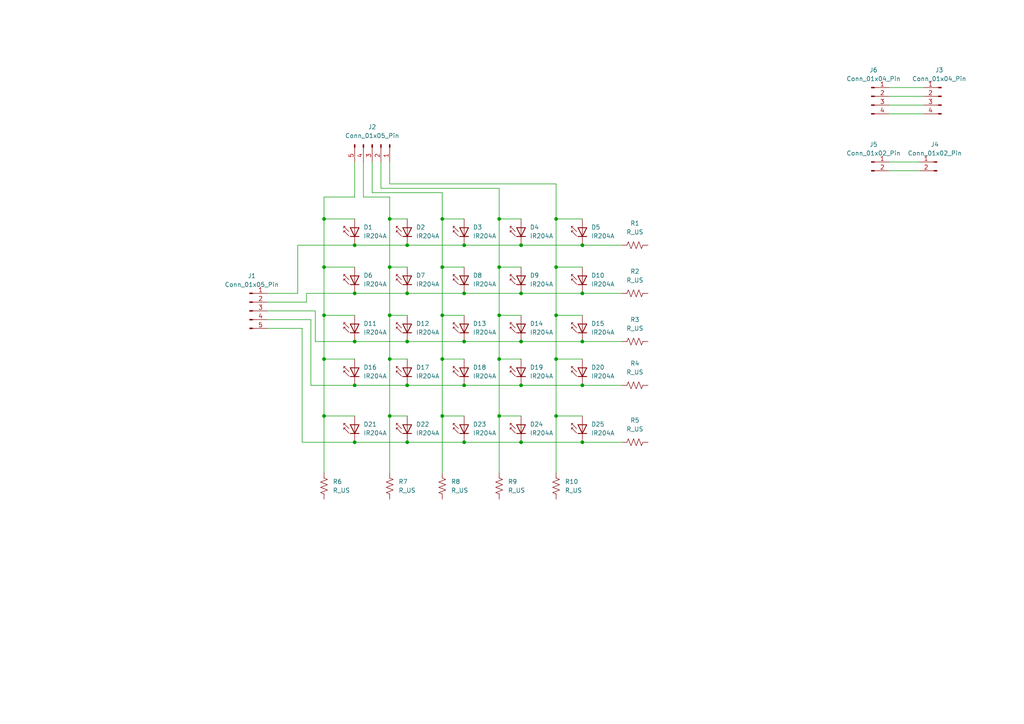
<source format=kicad_sch>
(kicad_sch
	(version 20231120)
	(generator "eeschema")
	(generator_version "8.0")
	(uuid "3c263842-4adb-4e5b-a84b-0a5bea7f5d74")
	(paper "A4")
	(lib_symbols
		(symbol "Connector:Conn_01x02_Pin"
			(pin_names
				(offset 1.016) hide)
			(exclude_from_sim no)
			(in_bom yes)
			(on_board yes)
			(property "Reference" "J"
				(at 0 2.54 0)
				(effects
					(font
						(size 1.27 1.27)
					)
				)
			)
			(property "Value" "Conn_01x02_Pin"
				(at 0 -5.08 0)
				(effects
					(font
						(size 1.27 1.27)
					)
				)
			)
			(property "Footprint" ""
				(at 0 0 0)
				(effects
					(font
						(size 1.27 1.27)
					)
					(hide yes)
				)
			)
			(property "Datasheet" "~"
				(at 0 0 0)
				(effects
					(font
						(size 1.27 1.27)
					)
					(hide yes)
				)
			)
			(property "Description" "Generic connector, single row, 01x02, script generated"
				(at 0 0 0)
				(effects
					(font
						(size 1.27 1.27)
					)
					(hide yes)
				)
			)
			(property "ki_locked" ""
				(at 0 0 0)
				(effects
					(font
						(size 1.27 1.27)
					)
				)
			)
			(property "ki_keywords" "connector"
				(at 0 0 0)
				(effects
					(font
						(size 1.27 1.27)
					)
					(hide yes)
				)
			)
			(property "ki_fp_filters" "Connector*:*_1x??_*"
				(at 0 0 0)
				(effects
					(font
						(size 1.27 1.27)
					)
					(hide yes)
				)
			)
			(symbol "Conn_01x02_Pin_1_1"
				(polyline
					(pts
						(xy 1.27 -2.54) (xy 0.8636 -2.54)
					)
					(stroke
						(width 0.1524)
						(type default)
					)
					(fill
						(type none)
					)
				)
				(polyline
					(pts
						(xy 1.27 0) (xy 0.8636 0)
					)
					(stroke
						(width 0.1524)
						(type default)
					)
					(fill
						(type none)
					)
				)
				(rectangle
					(start 0.8636 -2.413)
					(end 0 -2.667)
					(stroke
						(width 0.1524)
						(type default)
					)
					(fill
						(type outline)
					)
				)
				(rectangle
					(start 0.8636 0.127)
					(end 0 -0.127)
					(stroke
						(width 0.1524)
						(type default)
					)
					(fill
						(type outline)
					)
				)
				(pin passive line
					(at 5.08 0 180)
					(length 3.81)
					(name "Pin_1"
						(effects
							(font
								(size 1.27 1.27)
							)
						)
					)
					(number "1"
						(effects
							(font
								(size 1.27 1.27)
							)
						)
					)
				)
				(pin passive line
					(at 5.08 -2.54 180)
					(length 3.81)
					(name "Pin_2"
						(effects
							(font
								(size 1.27 1.27)
							)
						)
					)
					(number "2"
						(effects
							(font
								(size 1.27 1.27)
							)
						)
					)
				)
			)
		)
		(symbol "Connector:Conn_01x04_Pin"
			(pin_names
				(offset 1.016) hide)
			(exclude_from_sim no)
			(in_bom yes)
			(on_board yes)
			(property "Reference" "J"
				(at 0 5.08 0)
				(effects
					(font
						(size 1.27 1.27)
					)
				)
			)
			(property "Value" "Conn_01x04_Pin"
				(at 0 -7.62 0)
				(effects
					(font
						(size 1.27 1.27)
					)
				)
			)
			(property "Footprint" ""
				(at 0 0 0)
				(effects
					(font
						(size 1.27 1.27)
					)
					(hide yes)
				)
			)
			(property "Datasheet" "~"
				(at 0 0 0)
				(effects
					(font
						(size 1.27 1.27)
					)
					(hide yes)
				)
			)
			(property "Description" "Generic connector, single row, 01x04, script generated"
				(at 0 0 0)
				(effects
					(font
						(size 1.27 1.27)
					)
					(hide yes)
				)
			)
			(property "ki_locked" ""
				(at 0 0 0)
				(effects
					(font
						(size 1.27 1.27)
					)
				)
			)
			(property "ki_keywords" "connector"
				(at 0 0 0)
				(effects
					(font
						(size 1.27 1.27)
					)
					(hide yes)
				)
			)
			(property "ki_fp_filters" "Connector*:*_1x??_*"
				(at 0 0 0)
				(effects
					(font
						(size 1.27 1.27)
					)
					(hide yes)
				)
			)
			(symbol "Conn_01x04_Pin_1_1"
				(polyline
					(pts
						(xy 1.27 -5.08) (xy 0.8636 -5.08)
					)
					(stroke
						(width 0.1524)
						(type default)
					)
					(fill
						(type none)
					)
				)
				(polyline
					(pts
						(xy 1.27 -2.54) (xy 0.8636 -2.54)
					)
					(stroke
						(width 0.1524)
						(type default)
					)
					(fill
						(type none)
					)
				)
				(polyline
					(pts
						(xy 1.27 0) (xy 0.8636 0)
					)
					(stroke
						(width 0.1524)
						(type default)
					)
					(fill
						(type none)
					)
				)
				(polyline
					(pts
						(xy 1.27 2.54) (xy 0.8636 2.54)
					)
					(stroke
						(width 0.1524)
						(type default)
					)
					(fill
						(type none)
					)
				)
				(rectangle
					(start 0.8636 -4.953)
					(end 0 -5.207)
					(stroke
						(width 0.1524)
						(type default)
					)
					(fill
						(type outline)
					)
				)
				(rectangle
					(start 0.8636 -2.413)
					(end 0 -2.667)
					(stroke
						(width 0.1524)
						(type default)
					)
					(fill
						(type outline)
					)
				)
				(rectangle
					(start 0.8636 0.127)
					(end 0 -0.127)
					(stroke
						(width 0.1524)
						(type default)
					)
					(fill
						(type outline)
					)
				)
				(rectangle
					(start 0.8636 2.667)
					(end 0 2.413)
					(stroke
						(width 0.1524)
						(type default)
					)
					(fill
						(type outline)
					)
				)
				(pin passive line
					(at 5.08 2.54 180)
					(length 3.81)
					(name "Pin_1"
						(effects
							(font
								(size 1.27 1.27)
							)
						)
					)
					(number "1"
						(effects
							(font
								(size 1.27 1.27)
							)
						)
					)
				)
				(pin passive line
					(at 5.08 0 180)
					(length 3.81)
					(name "Pin_2"
						(effects
							(font
								(size 1.27 1.27)
							)
						)
					)
					(number "2"
						(effects
							(font
								(size 1.27 1.27)
							)
						)
					)
				)
				(pin passive line
					(at 5.08 -2.54 180)
					(length 3.81)
					(name "Pin_3"
						(effects
							(font
								(size 1.27 1.27)
							)
						)
					)
					(number "3"
						(effects
							(font
								(size 1.27 1.27)
							)
						)
					)
				)
				(pin passive line
					(at 5.08 -5.08 180)
					(length 3.81)
					(name "Pin_4"
						(effects
							(font
								(size 1.27 1.27)
							)
						)
					)
					(number "4"
						(effects
							(font
								(size 1.27 1.27)
							)
						)
					)
				)
			)
		)
		(symbol "Connector:Conn_01x05_Pin"
			(pin_names
				(offset 1.016) hide)
			(exclude_from_sim no)
			(in_bom yes)
			(on_board yes)
			(property "Reference" "J"
				(at 0 7.62 0)
				(effects
					(font
						(size 1.27 1.27)
					)
				)
			)
			(property "Value" "Conn_01x05_Pin"
				(at 0 -7.62 0)
				(effects
					(font
						(size 1.27 1.27)
					)
				)
			)
			(property "Footprint" ""
				(at 0 0 0)
				(effects
					(font
						(size 1.27 1.27)
					)
					(hide yes)
				)
			)
			(property "Datasheet" "~"
				(at 0 0 0)
				(effects
					(font
						(size 1.27 1.27)
					)
					(hide yes)
				)
			)
			(property "Description" "Generic connector, single row, 01x05, script generated"
				(at 0 0 0)
				(effects
					(font
						(size 1.27 1.27)
					)
					(hide yes)
				)
			)
			(property "ki_locked" ""
				(at 0 0 0)
				(effects
					(font
						(size 1.27 1.27)
					)
				)
			)
			(property "ki_keywords" "connector"
				(at 0 0 0)
				(effects
					(font
						(size 1.27 1.27)
					)
					(hide yes)
				)
			)
			(property "ki_fp_filters" "Connector*:*_1x??_*"
				(at 0 0 0)
				(effects
					(font
						(size 1.27 1.27)
					)
					(hide yes)
				)
			)
			(symbol "Conn_01x05_Pin_1_1"
				(polyline
					(pts
						(xy 1.27 -5.08) (xy 0.8636 -5.08)
					)
					(stroke
						(width 0.1524)
						(type default)
					)
					(fill
						(type none)
					)
				)
				(polyline
					(pts
						(xy 1.27 -2.54) (xy 0.8636 -2.54)
					)
					(stroke
						(width 0.1524)
						(type default)
					)
					(fill
						(type none)
					)
				)
				(polyline
					(pts
						(xy 1.27 0) (xy 0.8636 0)
					)
					(stroke
						(width 0.1524)
						(type default)
					)
					(fill
						(type none)
					)
				)
				(polyline
					(pts
						(xy 1.27 2.54) (xy 0.8636 2.54)
					)
					(stroke
						(width 0.1524)
						(type default)
					)
					(fill
						(type none)
					)
				)
				(polyline
					(pts
						(xy 1.27 5.08) (xy 0.8636 5.08)
					)
					(stroke
						(width 0.1524)
						(type default)
					)
					(fill
						(type none)
					)
				)
				(rectangle
					(start 0.8636 -4.953)
					(end 0 -5.207)
					(stroke
						(width 0.1524)
						(type default)
					)
					(fill
						(type outline)
					)
				)
				(rectangle
					(start 0.8636 -2.413)
					(end 0 -2.667)
					(stroke
						(width 0.1524)
						(type default)
					)
					(fill
						(type outline)
					)
				)
				(rectangle
					(start 0.8636 0.127)
					(end 0 -0.127)
					(stroke
						(width 0.1524)
						(type default)
					)
					(fill
						(type outline)
					)
				)
				(rectangle
					(start 0.8636 2.667)
					(end 0 2.413)
					(stroke
						(width 0.1524)
						(type default)
					)
					(fill
						(type outline)
					)
				)
				(rectangle
					(start 0.8636 5.207)
					(end 0 4.953)
					(stroke
						(width 0.1524)
						(type default)
					)
					(fill
						(type outline)
					)
				)
				(pin passive line
					(at 5.08 5.08 180)
					(length 3.81)
					(name "Pin_1"
						(effects
							(font
								(size 1.27 1.27)
							)
						)
					)
					(number "1"
						(effects
							(font
								(size 1.27 1.27)
							)
						)
					)
				)
				(pin passive line
					(at 5.08 2.54 180)
					(length 3.81)
					(name "Pin_2"
						(effects
							(font
								(size 1.27 1.27)
							)
						)
					)
					(number "2"
						(effects
							(font
								(size 1.27 1.27)
							)
						)
					)
				)
				(pin passive line
					(at 5.08 0 180)
					(length 3.81)
					(name "Pin_3"
						(effects
							(font
								(size 1.27 1.27)
							)
						)
					)
					(number "3"
						(effects
							(font
								(size 1.27 1.27)
							)
						)
					)
				)
				(pin passive line
					(at 5.08 -2.54 180)
					(length 3.81)
					(name "Pin_4"
						(effects
							(font
								(size 1.27 1.27)
							)
						)
					)
					(number "4"
						(effects
							(font
								(size 1.27 1.27)
							)
						)
					)
				)
				(pin passive line
					(at 5.08 -5.08 180)
					(length 3.81)
					(name "Pin_5"
						(effects
							(font
								(size 1.27 1.27)
							)
						)
					)
					(number "5"
						(effects
							(font
								(size 1.27 1.27)
							)
						)
					)
				)
			)
		)
		(symbol "Device:R_US"
			(pin_numbers hide)
			(pin_names
				(offset 0)
			)
			(exclude_from_sim no)
			(in_bom yes)
			(on_board yes)
			(property "Reference" "R"
				(at 2.54 0 90)
				(effects
					(font
						(size 1.27 1.27)
					)
				)
			)
			(property "Value" "R_US"
				(at -2.54 0 90)
				(effects
					(font
						(size 1.27 1.27)
					)
				)
			)
			(property "Footprint" ""
				(at 1.016 -0.254 90)
				(effects
					(font
						(size 1.27 1.27)
					)
					(hide yes)
				)
			)
			(property "Datasheet" "~"
				(at 0 0 0)
				(effects
					(font
						(size 1.27 1.27)
					)
					(hide yes)
				)
			)
			(property "Description" "Resistor, US symbol"
				(at 0 0 0)
				(effects
					(font
						(size 1.27 1.27)
					)
					(hide yes)
				)
			)
			(property "ki_keywords" "R res resistor"
				(at 0 0 0)
				(effects
					(font
						(size 1.27 1.27)
					)
					(hide yes)
				)
			)
			(property "ki_fp_filters" "R_*"
				(at 0 0 0)
				(effects
					(font
						(size 1.27 1.27)
					)
					(hide yes)
				)
			)
			(symbol "R_US_0_1"
				(polyline
					(pts
						(xy 0 -2.286) (xy 0 -2.54)
					)
					(stroke
						(width 0)
						(type default)
					)
					(fill
						(type none)
					)
				)
				(polyline
					(pts
						(xy 0 2.286) (xy 0 2.54)
					)
					(stroke
						(width 0)
						(type default)
					)
					(fill
						(type none)
					)
				)
				(polyline
					(pts
						(xy 0 -0.762) (xy 1.016 -1.143) (xy 0 -1.524) (xy -1.016 -1.905) (xy 0 -2.286)
					)
					(stroke
						(width 0)
						(type default)
					)
					(fill
						(type none)
					)
				)
				(polyline
					(pts
						(xy 0 0.762) (xy 1.016 0.381) (xy 0 0) (xy -1.016 -0.381) (xy 0 -0.762)
					)
					(stroke
						(width 0)
						(type default)
					)
					(fill
						(type none)
					)
				)
				(polyline
					(pts
						(xy 0 2.286) (xy 1.016 1.905) (xy 0 1.524) (xy -1.016 1.143) (xy 0 0.762)
					)
					(stroke
						(width 0)
						(type default)
					)
					(fill
						(type none)
					)
				)
			)
			(symbol "R_US_1_1"
				(pin passive line
					(at 0 3.81 270)
					(length 1.27)
					(name "~"
						(effects
							(font
								(size 1.27 1.27)
							)
						)
					)
					(number "1"
						(effects
							(font
								(size 1.27 1.27)
							)
						)
					)
				)
				(pin passive line
					(at 0 -3.81 90)
					(length 1.27)
					(name "~"
						(effects
							(font
								(size 1.27 1.27)
							)
						)
					)
					(number "2"
						(effects
							(font
								(size 1.27 1.27)
							)
						)
					)
				)
			)
		)
		(symbol "LED:IR204A"
			(pin_numbers hide)
			(pin_names
				(offset 1.016) hide)
			(exclude_from_sim no)
			(in_bom yes)
			(on_board yes)
			(property "Reference" "D"
				(at 0.508 1.778 0)
				(effects
					(font
						(size 1.27 1.27)
					)
					(justify left)
				)
			)
			(property "Value" "IR204A"
				(at -1.016 -2.794 0)
				(effects
					(font
						(size 1.27 1.27)
					)
				)
			)
			(property "Footprint" "LED_THT:LED_D3.0mm_IRBlack"
				(at 0 4.445 0)
				(effects
					(font
						(size 1.27 1.27)
					)
					(hide yes)
				)
			)
			(property "Datasheet" "http://www.everlight.com/file/ProductFile/IR204-A.pdf"
				(at -1.27 0 0)
				(effects
					(font
						(size 1.27 1.27)
					)
					(hide yes)
				)
			)
			(property "Description" "Infrared LED , 3mm LED package"
				(at 0 0 0)
				(effects
					(font
						(size 1.27 1.27)
					)
					(hide yes)
				)
			)
			(property "ki_keywords" "opto IR LED"
				(at 0 0 0)
				(effects
					(font
						(size 1.27 1.27)
					)
					(hide yes)
				)
			)
			(property "ki_fp_filters" "LED*3.0mm*IRBlack*"
				(at 0 0 0)
				(effects
					(font
						(size 1.27 1.27)
					)
					(hide yes)
				)
			)
			(symbol "IR204A_0_1"
				(polyline
					(pts
						(xy -2.54 1.27) (xy -2.54 -1.27)
					)
					(stroke
						(width 0.254)
						(type default)
					)
					(fill
						(type none)
					)
				)
				(polyline
					(pts
						(xy 0 0) (xy -2.54 0)
					)
					(stroke
						(width 0)
						(type default)
					)
					(fill
						(type none)
					)
				)
				(polyline
					(pts
						(xy 0.381 3.175) (xy -0.127 3.175)
					)
					(stroke
						(width 0)
						(type default)
					)
					(fill
						(type none)
					)
				)
				(polyline
					(pts
						(xy -1.143 1.651) (xy 0.381 3.175) (xy 0.381 2.667)
					)
					(stroke
						(width 0)
						(type default)
					)
					(fill
						(type none)
					)
				)
				(polyline
					(pts
						(xy 0 1.27) (xy -2.54 0) (xy 0 -1.27) (xy 0 1.27)
					)
					(stroke
						(width 0.254)
						(type default)
					)
					(fill
						(type none)
					)
				)
				(polyline
					(pts
						(xy -2.413 1.651) (xy -0.889 3.175) (xy -0.889 2.667) (xy -0.889 3.175) (xy -1.397 3.175)
					)
					(stroke
						(width 0)
						(type default)
					)
					(fill
						(type none)
					)
				)
			)
			(symbol "IR204A_1_1"
				(pin passive line
					(at -5.08 0 0)
					(length 2.54)
					(name "K"
						(effects
							(font
								(size 1.27 1.27)
							)
						)
					)
					(number "1"
						(effects
							(font
								(size 1.27 1.27)
							)
						)
					)
				)
				(pin passive line
					(at 2.54 0 180)
					(length 2.54)
					(name "A"
						(effects
							(font
								(size 1.27 1.27)
							)
						)
					)
					(number "2"
						(effects
							(font
								(size 1.27 1.27)
							)
						)
					)
				)
			)
		)
	)
	(junction
		(at 118.11 85.09)
		(diameter 0)
		(color 0 0 0 0)
		(uuid "0987f74f-b785-4e13-8c4f-12de61fa7ab9")
	)
	(junction
		(at 134.62 99.06)
		(diameter 0)
		(color 0 0 0 0)
		(uuid "12859eea-2395-49b5-b196-d11e840ba5bf")
	)
	(junction
		(at 102.87 111.76)
		(diameter 0)
		(color 0 0 0 0)
		(uuid "169febc0-174c-4aa6-9ae7-9e46de45e3e7")
	)
	(junction
		(at 102.87 128.27)
		(diameter 0)
		(color 0 0 0 0)
		(uuid "1ce20a5b-9e5a-4556-b8b2-90349f532681")
	)
	(junction
		(at 151.13 99.06)
		(diameter 0)
		(color 0 0 0 0)
		(uuid "24fa0aef-1205-4fa0-b3c7-550b032ffef1")
	)
	(junction
		(at 102.87 71.12)
		(diameter 0)
		(color 0 0 0 0)
		(uuid "29840fb4-f39b-472f-b165-57fee4b901f1")
	)
	(junction
		(at 93.98 104.14)
		(diameter 0)
		(color 0 0 0 0)
		(uuid "2c236b2d-fb44-4c30-8fb8-d93d8ed18cb6")
	)
	(junction
		(at 134.62 111.76)
		(diameter 0)
		(color 0 0 0 0)
		(uuid "2ee2160b-9610-4589-8ad6-7549cb7ca7be")
	)
	(junction
		(at 144.78 77.47)
		(diameter 0)
		(color 0 0 0 0)
		(uuid "325a2933-6d09-4ac5-af5f-43cff8f1ca3e")
	)
	(junction
		(at 161.29 77.47)
		(diameter 0)
		(color 0 0 0 0)
		(uuid "3549fa32-df16-475c-b250-53c4302a7176")
	)
	(junction
		(at 128.27 91.44)
		(diameter 0)
		(color 0 0 0 0)
		(uuid "369a8e06-e6f3-4534-905c-d7596b56746e")
	)
	(junction
		(at 93.98 120.65)
		(diameter 0)
		(color 0 0 0 0)
		(uuid "37d73c55-f36d-4502-b627-c3ff76625546")
	)
	(junction
		(at 93.98 77.47)
		(diameter 0)
		(color 0 0 0 0)
		(uuid "3a694ad8-48e9-45f5-b2cc-5be33716e812")
	)
	(junction
		(at 168.91 71.12)
		(diameter 0)
		(color 0 0 0 0)
		(uuid "3cef9af8-9c6f-4486-8d4c-1e7eafd34c90")
	)
	(junction
		(at 161.29 104.14)
		(diameter 0)
		(color 0 0 0 0)
		(uuid "53cbaa9f-dfa4-4ff3-a8e0-171ce22279d0")
	)
	(junction
		(at 118.11 99.06)
		(diameter 0)
		(color 0 0 0 0)
		(uuid "5589dd5c-d0f8-40ff-8eae-2f88e052ac64")
	)
	(junction
		(at 151.13 71.12)
		(diameter 0)
		(color 0 0 0 0)
		(uuid "55eae115-b4e1-459a-bfa5-962e8e9a380d")
	)
	(junction
		(at 113.03 120.65)
		(diameter 0)
		(color 0 0 0 0)
		(uuid "598bd16a-eed8-4da7-87a9-3ab07d7fe846")
	)
	(junction
		(at 168.91 111.76)
		(diameter 0)
		(color 0 0 0 0)
		(uuid "63161195-d7c9-460d-b76a-02e7e71ad995")
	)
	(junction
		(at 102.87 99.06)
		(diameter 0)
		(color 0 0 0 0)
		(uuid "6a6d6ba4-ff23-4b2f-835c-e6daeb744768")
	)
	(junction
		(at 118.11 128.27)
		(diameter 0)
		(color 0 0 0 0)
		(uuid "6b10d6e0-bac4-4275-91fe-c0421e3693ad")
	)
	(junction
		(at 118.11 111.76)
		(diameter 0)
		(color 0 0 0 0)
		(uuid "6eb480e6-dbac-4540-8ba5-41cbe7283650")
	)
	(junction
		(at 113.03 91.44)
		(diameter 0)
		(color 0 0 0 0)
		(uuid "70228c07-ae49-4fbf-ae3e-7bd90e5e1f24")
	)
	(junction
		(at 168.91 85.09)
		(diameter 0)
		(color 0 0 0 0)
		(uuid "79567af3-8dc9-4b1c-be3b-3664734dcb67")
	)
	(junction
		(at 144.78 63.5)
		(diameter 0)
		(color 0 0 0 0)
		(uuid "79efd6b6-bfc3-43c8-8752-7a34da83616c")
	)
	(junction
		(at 128.27 120.65)
		(diameter 0)
		(color 0 0 0 0)
		(uuid "7bc27d80-54e0-45f4-b59e-b21fcbfe196a")
	)
	(junction
		(at 113.03 104.14)
		(diameter 0)
		(color 0 0 0 0)
		(uuid "7d898b49-ca24-46e3-a457-1340caeb45ee")
	)
	(junction
		(at 93.98 91.44)
		(diameter 0)
		(color 0 0 0 0)
		(uuid "7f328bd5-aeea-4219-9cec-e794635aa95b")
	)
	(junction
		(at 118.11 71.12)
		(diameter 0)
		(color 0 0 0 0)
		(uuid "7fd8f0d1-5867-43f4-9e85-b313c64efa9c")
	)
	(junction
		(at 151.13 128.27)
		(diameter 0)
		(color 0 0 0 0)
		(uuid "8d33900f-f4c5-46c9-832f-b586ae1c8bd7")
	)
	(junction
		(at 134.62 128.27)
		(diameter 0)
		(color 0 0 0 0)
		(uuid "94b2fe9c-78ab-451e-8b6e-8a1c3405929d")
	)
	(junction
		(at 128.27 104.14)
		(diameter 0)
		(color 0 0 0 0)
		(uuid "a11c19b1-fb6f-4dc9-b725-5ca9c84d87d9")
	)
	(junction
		(at 151.13 111.76)
		(diameter 0)
		(color 0 0 0 0)
		(uuid "a7d74414-e172-497b-b3ba-a609660efc9e")
	)
	(junction
		(at 134.62 71.12)
		(diameter 0)
		(color 0 0 0 0)
		(uuid "af412b58-4191-4101-81b2-c9776afeab6d")
	)
	(junction
		(at 161.29 63.5)
		(diameter 0)
		(color 0 0 0 0)
		(uuid "b08e6046-ceb9-44b8-a569-0b48908ffc03")
	)
	(junction
		(at 144.78 120.65)
		(diameter 0)
		(color 0 0 0 0)
		(uuid "b2cd9032-9d68-4246-bd63-f19bf4478596")
	)
	(junction
		(at 113.03 63.5)
		(diameter 0)
		(color 0 0 0 0)
		(uuid "b6c67a09-d322-47d4-b9d6-a6dae24b108c")
	)
	(junction
		(at 168.91 99.06)
		(diameter 0)
		(color 0 0 0 0)
		(uuid "b715f182-bc8d-45d8-863c-0e320c60f7c9")
	)
	(junction
		(at 161.29 120.65)
		(diameter 0)
		(color 0 0 0 0)
		(uuid "c2c39a30-73d1-42e4-ab3d-8e4d8af11a7f")
	)
	(junction
		(at 144.78 91.44)
		(diameter 0)
		(color 0 0 0 0)
		(uuid "c5ec5b39-bb35-468d-b1df-de7bb8a86cc2")
	)
	(junction
		(at 113.03 77.47)
		(diameter 0)
		(color 0 0 0 0)
		(uuid "ca37a49a-9202-4330-b73c-85ce4e6ab372")
	)
	(junction
		(at 151.13 85.09)
		(diameter 0)
		(color 0 0 0 0)
		(uuid "cd533d17-524d-4843-839f-d6d2ac664b2d")
	)
	(junction
		(at 161.29 91.44)
		(diameter 0)
		(color 0 0 0 0)
		(uuid "d4a5ab4e-2289-466d-b191-3ad88e3e6bf1")
	)
	(junction
		(at 128.27 77.47)
		(diameter 0)
		(color 0 0 0 0)
		(uuid "dafca6b8-ea42-4bf0-89a1-83bfeda16702")
	)
	(junction
		(at 168.91 128.27)
		(diameter 0)
		(color 0 0 0 0)
		(uuid "dd347562-31b9-45ed-8135-3db28ad20425")
	)
	(junction
		(at 144.78 104.14)
		(diameter 0)
		(color 0 0 0 0)
		(uuid "e5b238fb-6a03-4027-bf09-beb05f3718c0")
	)
	(junction
		(at 134.62 85.09)
		(diameter 0)
		(color 0 0 0 0)
		(uuid "eaf98ae7-e58c-4c56-87bc-2700d29af2d8")
	)
	(junction
		(at 93.98 63.5)
		(diameter 0)
		(color 0 0 0 0)
		(uuid "f09bbfbd-fb4e-4947-90af-ff552b0c9542")
	)
	(junction
		(at 102.87 85.09)
		(diameter 0)
		(color 0 0 0 0)
		(uuid "f28ca3dd-a5ba-4344-9f71-ed5d3b319d90")
	)
	(junction
		(at 128.27 63.5)
		(diameter 0)
		(color 0 0 0 0)
		(uuid "fad273ca-ca55-475e-a213-2ae123887d78")
	)
	(wire
		(pts
			(xy 93.98 91.44) (xy 93.98 104.14)
		)
		(stroke
			(width 0)
			(type default)
		)
		(uuid "02be007a-7c6e-4ca8-b353-254e333b7fbf")
	)
	(wire
		(pts
			(xy 118.11 128.27) (xy 134.62 128.27)
		)
		(stroke
			(width 0)
			(type default)
		)
		(uuid "0389d2db-896d-4b40-ac59-8e3ed893a7db")
	)
	(wire
		(pts
			(xy 102.87 57.15) (xy 93.98 57.15)
		)
		(stroke
			(width 0)
			(type default)
		)
		(uuid "0520de11-1b3c-4137-9d16-2188537a81e6")
	)
	(wire
		(pts
			(xy 113.03 63.5) (xy 113.03 77.47)
		)
		(stroke
			(width 0)
			(type default)
		)
		(uuid "05bbd448-db3e-4f92-a9a3-51ca5068cfa1")
	)
	(wire
		(pts
			(xy 118.11 111.76) (xy 134.62 111.76)
		)
		(stroke
			(width 0)
			(type default)
		)
		(uuid "06d2a167-5d82-4ba1-a597-d9f4689526e4")
	)
	(wire
		(pts
			(xy 161.29 120.65) (xy 168.91 120.65)
		)
		(stroke
			(width 0)
			(type default)
		)
		(uuid "09c8a30e-b2a4-45ee-a8a1-e62fa95a4ef0")
	)
	(wire
		(pts
			(xy 113.03 91.44) (xy 118.11 91.44)
		)
		(stroke
			(width 0)
			(type default)
		)
		(uuid "12c01482-53ce-4192-a9a8-503139fb74bb")
	)
	(wire
		(pts
			(xy 144.78 77.47) (xy 151.13 77.47)
		)
		(stroke
			(width 0)
			(type default)
		)
		(uuid "17d66964-f298-4976-8b8d-ded97e4fc968")
	)
	(wire
		(pts
			(xy 86.36 85.09) (xy 86.36 71.12)
		)
		(stroke
			(width 0)
			(type default)
		)
		(uuid "18cb36e6-67e2-4a95-8fa8-29f84100c428")
	)
	(wire
		(pts
			(xy 134.62 111.76) (xy 151.13 111.76)
		)
		(stroke
			(width 0)
			(type default)
		)
		(uuid "19a61f2b-c899-420a-b9a2-6a30034736ab")
	)
	(wire
		(pts
			(xy 91.44 90.17) (xy 91.44 99.06)
		)
		(stroke
			(width 0)
			(type default)
		)
		(uuid "1b102756-9ec3-4bd6-8416-d5423cf1b0ba")
	)
	(wire
		(pts
			(xy 128.27 120.65) (xy 128.27 137.16)
		)
		(stroke
			(width 0)
			(type default)
		)
		(uuid "1e69e6f3-59e4-4bab-b054-27ed69c09278")
	)
	(wire
		(pts
			(xy 134.62 71.12) (xy 151.13 71.12)
		)
		(stroke
			(width 0)
			(type default)
		)
		(uuid "1f59fee0-d137-43ce-aed8-33673ed5b4a0")
	)
	(wire
		(pts
			(xy 168.91 111.76) (xy 180.34 111.76)
		)
		(stroke
			(width 0)
			(type default)
		)
		(uuid "225d351d-34e2-485c-b25d-9c763e3de527")
	)
	(wire
		(pts
			(xy 113.03 104.14) (xy 113.03 120.65)
		)
		(stroke
			(width 0)
			(type default)
		)
		(uuid "23dafcfc-328b-4e32-b9cc-9d40080604e5")
	)
	(wire
		(pts
			(xy 93.98 120.65) (xy 102.87 120.65)
		)
		(stroke
			(width 0)
			(type default)
		)
		(uuid "25788563-b5d6-4b97-b994-24f732867ec5")
	)
	(wire
		(pts
			(xy 110.49 54.61) (xy 144.78 54.61)
		)
		(stroke
			(width 0)
			(type default)
		)
		(uuid "282baf0e-0b25-4661-8249-86ae5c61aeb0")
	)
	(wire
		(pts
			(xy 144.78 91.44) (xy 144.78 104.14)
		)
		(stroke
			(width 0)
			(type default)
		)
		(uuid "28d5ef0d-8e45-4928-8404-fa2c081810f2")
	)
	(wire
		(pts
			(xy 87.63 95.25) (xy 87.63 128.27)
		)
		(stroke
			(width 0)
			(type default)
		)
		(uuid "2a51578d-8b59-4725-b957-f593f1df5e23")
	)
	(wire
		(pts
			(xy 257.81 25.4) (xy 267.97 25.4)
		)
		(stroke
			(width 0)
			(type default)
		)
		(uuid "2b61ecd4-175c-466c-bafc-d956df6ba03f")
	)
	(wire
		(pts
			(xy 118.11 99.06) (xy 134.62 99.06)
		)
		(stroke
			(width 0)
			(type default)
		)
		(uuid "2d24cbd4-9bbe-4f9c-8f12-bd7339a6fcd4")
	)
	(wire
		(pts
			(xy 77.47 92.71) (xy 90.17 92.71)
		)
		(stroke
			(width 0)
			(type default)
		)
		(uuid "30573137-1894-4425-a462-3c1b9498fb66")
	)
	(wire
		(pts
			(xy 161.29 63.5) (xy 168.91 63.5)
		)
		(stroke
			(width 0)
			(type default)
		)
		(uuid "327157c1-9f60-460c-813e-dbb0ee109346")
	)
	(wire
		(pts
			(xy 128.27 104.14) (xy 128.27 120.65)
		)
		(stroke
			(width 0)
			(type default)
		)
		(uuid "32cd5ac9-44c0-40b4-8f89-9d4f47fd07a1")
	)
	(wire
		(pts
			(xy 168.91 128.27) (xy 180.34 128.27)
		)
		(stroke
			(width 0)
			(type default)
		)
		(uuid "341d662d-a871-476b-8ce4-481dabfc88e9")
	)
	(wire
		(pts
			(xy 113.03 57.15) (xy 113.03 63.5)
		)
		(stroke
			(width 0)
			(type default)
		)
		(uuid "34563eb5-ab90-4e58-b2a5-62ba62312735")
	)
	(wire
		(pts
			(xy 107.95 55.88) (xy 128.27 55.88)
		)
		(stroke
			(width 0)
			(type default)
		)
		(uuid "38a0f96b-e4df-4b91-8609-05d4ab3fb0d2")
	)
	(wire
		(pts
			(xy 134.62 85.09) (xy 151.13 85.09)
		)
		(stroke
			(width 0)
			(type default)
		)
		(uuid "3d0a6010-4735-470b-b303-e3c8a715b905")
	)
	(wire
		(pts
			(xy 93.98 63.5) (xy 102.87 63.5)
		)
		(stroke
			(width 0)
			(type default)
		)
		(uuid "3d2075b5-52b4-4bc4-aead-201cc97fd37f")
	)
	(wire
		(pts
			(xy 161.29 77.47) (xy 161.29 91.44)
		)
		(stroke
			(width 0)
			(type default)
		)
		(uuid "410613a0-4ede-474d-88e6-809c3441a76a")
	)
	(wire
		(pts
			(xy 161.29 91.44) (xy 161.29 104.14)
		)
		(stroke
			(width 0)
			(type default)
		)
		(uuid "43ae5685-0b4a-4ef1-955b-5f6b109e341d")
	)
	(wire
		(pts
			(xy 257.81 30.48) (xy 267.97 30.48)
		)
		(stroke
			(width 0)
			(type default)
		)
		(uuid "469b7cd4-5713-4b0f-9f5f-b0acbb6e218a")
	)
	(wire
		(pts
			(xy 93.98 104.14) (xy 102.87 104.14)
		)
		(stroke
			(width 0)
			(type default)
		)
		(uuid "46a46e02-8179-41b4-a4dd-feb6cd2307c9")
	)
	(wire
		(pts
			(xy 77.47 95.25) (xy 87.63 95.25)
		)
		(stroke
			(width 0)
			(type default)
		)
		(uuid "46f00741-645e-4510-acff-c6b35366db99")
	)
	(wire
		(pts
			(xy 128.27 55.88) (xy 128.27 63.5)
		)
		(stroke
			(width 0)
			(type default)
		)
		(uuid "4821b1a3-0aa2-43bc-b201-29a89ba7efa1")
	)
	(wire
		(pts
			(xy 128.27 104.14) (xy 134.62 104.14)
		)
		(stroke
			(width 0)
			(type default)
		)
		(uuid "4ee2b778-50da-49f1-83c5-f4b495d08662")
	)
	(wire
		(pts
			(xy 113.03 120.65) (xy 113.03 137.16)
		)
		(stroke
			(width 0)
			(type default)
		)
		(uuid "4f6385a7-b30f-4f95-8e74-50a7cb40fd7f")
	)
	(wire
		(pts
			(xy 168.91 99.06) (xy 180.34 99.06)
		)
		(stroke
			(width 0)
			(type default)
		)
		(uuid "53892161-02cc-4eb2-945f-3dea83d6f96f")
	)
	(wire
		(pts
			(xy 77.47 85.09) (xy 86.36 85.09)
		)
		(stroke
			(width 0)
			(type default)
		)
		(uuid "53e0e948-0d9b-4e58-8320-679cf6c074e4")
	)
	(wire
		(pts
			(xy 102.87 85.09) (xy 118.11 85.09)
		)
		(stroke
			(width 0)
			(type default)
		)
		(uuid "588dcced-8631-4407-8472-bcacff457edb")
	)
	(wire
		(pts
			(xy 168.91 71.12) (xy 180.34 71.12)
		)
		(stroke
			(width 0)
			(type default)
		)
		(uuid "5ef5abda-5d51-41b4-abc8-87db0e0c7e4b")
	)
	(wire
		(pts
			(xy 151.13 99.06) (xy 168.91 99.06)
		)
		(stroke
			(width 0)
			(type default)
		)
		(uuid "61000935-6424-44e4-98b0-ad4aa2827a1f")
	)
	(wire
		(pts
			(xy 144.78 120.65) (xy 144.78 137.16)
		)
		(stroke
			(width 0)
			(type default)
		)
		(uuid "71253917-48fa-4400-be40-aba1a6744744")
	)
	(wire
		(pts
			(xy 90.17 111.76) (xy 102.87 111.76)
		)
		(stroke
			(width 0)
			(type default)
		)
		(uuid "73ed4345-c750-47a3-8510-49f033a99725")
	)
	(wire
		(pts
			(xy 161.29 104.14) (xy 168.91 104.14)
		)
		(stroke
			(width 0)
			(type default)
		)
		(uuid "74c3bc2a-0d6a-4040-9483-6690890eb447")
	)
	(wire
		(pts
			(xy 105.41 46.99) (xy 105.41 57.15)
		)
		(stroke
			(width 0)
			(type default)
		)
		(uuid "7722e2ea-5da6-4164-9c73-a1c4392c5863")
	)
	(wire
		(pts
			(xy 102.87 46.99) (xy 102.87 57.15)
		)
		(stroke
			(width 0)
			(type default)
		)
		(uuid "79078169-3aa3-4819-ab65-1772665c8d79")
	)
	(wire
		(pts
			(xy 113.03 120.65) (xy 118.11 120.65)
		)
		(stroke
			(width 0)
			(type default)
		)
		(uuid "7e7ae446-8ba7-4d15-9701-83efd98930b5")
	)
	(wire
		(pts
			(xy 113.03 46.99) (xy 113.03 53.34)
		)
		(stroke
			(width 0)
			(type default)
		)
		(uuid "8064a83f-b13e-4d4d-8e03-9d1743164d3b")
	)
	(wire
		(pts
			(xy 113.03 77.47) (xy 118.11 77.47)
		)
		(stroke
			(width 0)
			(type default)
		)
		(uuid "81b93be3-85cb-4e51-bfea-77a6bd8db303")
	)
	(wire
		(pts
			(xy 128.27 63.5) (xy 134.62 63.5)
		)
		(stroke
			(width 0)
			(type default)
		)
		(uuid "849c5b4f-3a62-4eb5-b4ce-ede8a3c0e924")
	)
	(wire
		(pts
			(xy 105.41 57.15) (xy 113.03 57.15)
		)
		(stroke
			(width 0)
			(type default)
		)
		(uuid "8503739c-3818-4dbc-9a76-1fcde9839f99")
	)
	(wire
		(pts
			(xy 144.78 104.14) (xy 151.13 104.14)
		)
		(stroke
			(width 0)
			(type default)
		)
		(uuid "886ef777-f9c5-4cfb-bf91-1548b1e07f2b")
	)
	(wire
		(pts
			(xy 93.98 57.15) (xy 93.98 63.5)
		)
		(stroke
			(width 0)
			(type default)
		)
		(uuid "8a136547-24a7-480e-9722-76fb0c5b1527")
	)
	(wire
		(pts
			(xy 161.29 53.34) (xy 161.29 63.5)
		)
		(stroke
			(width 0)
			(type default)
		)
		(uuid "8df3f34d-e606-43b0-ad2f-d9d011dcb3cb")
	)
	(wire
		(pts
			(xy 88.9 85.09) (xy 102.87 85.09)
		)
		(stroke
			(width 0)
			(type default)
		)
		(uuid "8df97b3f-3e43-480b-bddd-0b997769493a")
	)
	(wire
		(pts
			(xy 151.13 128.27) (xy 168.91 128.27)
		)
		(stroke
			(width 0)
			(type default)
		)
		(uuid "8f6af798-5d7d-4158-a2e4-159000d78b46")
	)
	(wire
		(pts
			(xy 151.13 85.09) (xy 168.91 85.09)
		)
		(stroke
			(width 0)
			(type default)
		)
		(uuid "912f724b-e1f7-41cf-bb60-3a1bf484ccab")
	)
	(wire
		(pts
			(xy 168.91 85.09) (xy 180.34 85.09)
		)
		(stroke
			(width 0)
			(type default)
		)
		(uuid "935254a3-2836-4c37-b18d-43ecf1d4ce71")
	)
	(wire
		(pts
			(xy 128.27 63.5) (xy 128.27 77.47)
		)
		(stroke
			(width 0)
			(type default)
		)
		(uuid "94997281-152b-409b-8ce8-5085b78f6ab6")
	)
	(wire
		(pts
			(xy 151.13 71.12) (xy 168.91 71.12)
		)
		(stroke
			(width 0)
			(type default)
		)
		(uuid "98ae740c-b987-4a3e-92df-f89cfaf65a30")
	)
	(wire
		(pts
			(xy 77.47 87.63) (xy 88.9 87.63)
		)
		(stroke
			(width 0)
			(type default)
		)
		(uuid "9c67cee3-2f68-4864-9682-dcc96f91bfed")
	)
	(wire
		(pts
			(xy 113.03 104.14) (xy 118.11 104.14)
		)
		(stroke
			(width 0)
			(type default)
		)
		(uuid "9e0e315d-5bb9-4a85-b651-a28fb20afd31")
	)
	(wire
		(pts
			(xy 128.27 120.65) (xy 134.62 120.65)
		)
		(stroke
			(width 0)
			(type default)
		)
		(uuid "9f080272-b5c6-45d4-b87a-275d8f94e5f1")
	)
	(wire
		(pts
			(xy 128.27 91.44) (xy 128.27 104.14)
		)
		(stroke
			(width 0)
			(type default)
		)
		(uuid "a13254d6-f208-4404-bbce-6939a4535901")
	)
	(wire
		(pts
			(xy 257.81 33.02) (xy 267.97 33.02)
		)
		(stroke
			(width 0)
			(type default)
		)
		(uuid "a6b6ddae-7d6e-4ea7-9ecc-fdeb9426a04b")
	)
	(wire
		(pts
			(xy 134.62 99.06) (xy 151.13 99.06)
		)
		(stroke
			(width 0)
			(type default)
		)
		(uuid "a7c76ab2-815e-4b7a-879b-50fae384e49e")
	)
	(wire
		(pts
			(xy 134.62 128.27) (xy 151.13 128.27)
		)
		(stroke
			(width 0)
			(type default)
		)
		(uuid "a9f3413c-c9b5-4f5c-a773-a3c69afdbb13")
	)
	(wire
		(pts
			(xy 91.44 99.06) (xy 102.87 99.06)
		)
		(stroke
			(width 0)
			(type default)
		)
		(uuid "ad6afbee-e1ad-40e5-806a-3ec707874fbf")
	)
	(wire
		(pts
			(xy 144.78 104.14) (xy 144.78 120.65)
		)
		(stroke
			(width 0)
			(type default)
		)
		(uuid "adf48b07-ae8c-450f-b18b-ec9fb848f7f2")
	)
	(wire
		(pts
			(xy 88.9 87.63) (xy 88.9 85.09)
		)
		(stroke
			(width 0)
			(type default)
		)
		(uuid "afee6e3f-ef7c-4c3a-8bb4-008e0173688a")
	)
	(wire
		(pts
			(xy 107.95 46.99) (xy 107.95 55.88)
		)
		(stroke
			(width 0)
			(type default)
		)
		(uuid "b0352316-cca7-4e37-bcaa-734b2ba10674")
	)
	(wire
		(pts
			(xy 144.78 91.44) (xy 151.13 91.44)
		)
		(stroke
			(width 0)
			(type default)
		)
		(uuid "b5b54303-b61e-46ef-8d9a-8ef2650ad8eb")
	)
	(wire
		(pts
			(xy 93.98 77.47) (xy 102.87 77.47)
		)
		(stroke
			(width 0)
			(type default)
		)
		(uuid "b631a437-a258-4dba-8e47-41de106cf04d")
	)
	(wire
		(pts
			(xy 102.87 128.27) (xy 118.11 128.27)
		)
		(stroke
			(width 0)
			(type default)
		)
		(uuid "b64ec1e2-7054-4dd7-a185-ce8e60a23c65")
	)
	(wire
		(pts
			(xy 113.03 53.34) (xy 161.29 53.34)
		)
		(stroke
			(width 0)
			(type default)
		)
		(uuid "bb06ecf3-8218-4e40-8b73-6d927980d100")
	)
	(wire
		(pts
			(xy 128.27 77.47) (xy 128.27 91.44)
		)
		(stroke
			(width 0)
			(type default)
		)
		(uuid "bb6c0646-ad2a-48a3-8f3b-8eba9d2c8a7a")
	)
	(wire
		(pts
			(xy 86.36 71.12) (xy 102.87 71.12)
		)
		(stroke
			(width 0)
			(type default)
		)
		(uuid "bcd3ae09-eb2e-44b7-bb7e-77c73ca69066")
	)
	(wire
		(pts
			(xy 93.98 63.5) (xy 93.98 77.47)
		)
		(stroke
			(width 0)
			(type default)
		)
		(uuid "bce74c1f-0762-44ba-93c2-d7b5f5c2def1")
	)
	(wire
		(pts
			(xy 118.11 71.12) (xy 134.62 71.12)
		)
		(stroke
			(width 0)
			(type default)
		)
		(uuid "bfa47457-1656-49fa-bac7-770ddc5ae014")
	)
	(wire
		(pts
			(xy 90.17 92.71) (xy 90.17 111.76)
		)
		(stroke
			(width 0)
			(type default)
		)
		(uuid "c1eeb8d2-bea8-4633-b505-7b66281609e1")
	)
	(wire
		(pts
			(xy 144.78 77.47) (xy 144.78 91.44)
		)
		(stroke
			(width 0)
			(type default)
		)
		(uuid "c3aa1c62-68b6-47bc-8316-a58443b1cd99")
	)
	(wire
		(pts
			(xy 102.87 71.12) (xy 118.11 71.12)
		)
		(stroke
			(width 0)
			(type default)
		)
		(uuid "c6ef7edd-47f4-42a8-bd6d-796e827f4f25")
	)
	(wire
		(pts
			(xy 77.47 90.17) (xy 91.44 90.17)
		)
		(stroke
			(width 0)
			(type default)
		)
		(uuid "c7945e26-9fca-49c4-adc0-228b15508d32")
	)
	(wire
		(pts
			(xy 257.81 49.53) (xy 266.7 49.53)
		)
		(stroke
			(width 0)
			(type default)
		)
		(uuid "c86ac57a-a1c0-4513-80c1-7831f689d9be")
	)
	(wire
		(pts
			(xy 144.78 54.61) (xy 144.78 63.5)
		)
		(stroke
			(width 0)
			(type default)
		)
		(uuid "c8e1810d-c283-4990-876e-8dc500c1cdfb")
	)
	(wire
		(pts
			(xy 144.78 63.5) (xy 144.78 77.47)
		)
		(stroke
			(width 0)
			(type default)
		)
		(uuid "cbc870a9-1bf3-493b-b521-1bc9b1221797")
	)
	(wire
		(pts
			(xy 161.29 104.14) (xy 161.29 120.65)
		)
		(stroke
			(width 0)
			(type default)
		)
		(uuid "ccace02c-c15b-4a4a-919c-6505e8ce90bc")
	)
	(wire
		(pts
			(xy 144.78 120.65) (xy 151.13 120.65)
		)
		(stroke
			(width 0)
			(type default)
		)
		(uuid "ccd64b64-7560-41ae-b2be-1f4c7dc1cfea")
	)
	(wire
		(pts
			(xy 113.03 77.47) (xy 113.03 91.44)
		)
		(stroke
			(width 0)
			(type default)
		)
		(uuid "cd8dae23-a2c2-4a29-968e-5d6e1bc07888")
	)
	(wire
		(pts
			(xy 151.13 111.76) (xy 168.91 111.76)
		)
		(stroke
			(width 0)
			(type default)
		)
		(uuid "ce5a865e-8716-4312-b08f-6380a58030ce")
	)
	(wire
		(pts
			(xy 257.81 27.94) (xy 267.97 27.94)
		)
		(stroke
			(width 0)
			(type default)
		)
		(uuid "cf9fa249-b1b6-4021-89bb-a731a7dfbc4f")
	)
	(wire
		(pts
			(xy 102.87 111.76) (xy 118.11 111.76)
		)
		(stroke
			(width 0)
			(type default)
		)
		(uuid "d1ef2f28-1ccb-4eee-a09d-d7a5da0a14c6")
	)
	(wire
		(pts
			(xy 93.98 91.44) (xy 102.87 91.44)
		)
		(stroke
			(width 0)
			(type default)
		)
		(uuid "d218e0ad-9b23-4603-b9f0-47dc514ddc4e")
	)
	(wire
		(pts
			(xy 128.27 91.44) (xy 134.62 91.44)
		)
		(stroke
			(width 0)
			(type default)
		)
		(uuid "d2bee6bf-c8d1-40f5-8ccc-049efbb72c10")
	)
	(wire
		(pts
			(xy 257.81 46.99) (xy 266.7 46.99)
		)
		(stroke
			(width 0)
			(type default)
		)
		(uuid "d5457133-e8c2-4880-95e6-c54a7a9a9bee")
	)
	(wire
		(pts
			(xy 93.98 77.47) (xy 93.98 91.44)
		)
		(stroke
			(width 0)
			(type default)
		)
		(uuid "d6bf10c1-8aff-4ac9-80ff-8dc06239ece7")
	)
	(wire
		(pts
			(xy 161.29 63.5) (xy 161.29 77.47)
		)
		(stroke
			(width 0)
			(type default)
		)
		(uuid "da02fa63-dbdd-46d7-bb73-2fd2b70255fa")
	)
	(wire
		(pts
			(xy 110.49 46.99) (xy 110.49 54.61)
		)
		(stroke
			(width 0)
			(type default)
		)
		(uuid "dacba4a7-25dd-40c1-991e-43f0eb4d65bb")
	)
	(wire
		(pts
			(xy 144.78 63.5) (xy 151.13 63.5)
		)
		(stroke
			(width 0)
			(type default)
		)
		(uuid "dfc92c19-a919-4efe-b894-65169e8ee779")
	)
	(wire
		(pts
			(xy 113.03 91.44) (xy 113.03 104.14)
		)
		(stroke
			(width 0)
			(type default)
		)
		(uuid "e208d78f-2346-4e1a-8b3f-9cee9693a84a")
	)
	(wire
		(pts
			(xy 128.27 77.47) (xy 134.62 77.47)
		)
		(stroke
			(width 0)
			(type default)
		)
		(uuid "e48e71c6-d6b7-4655-bd36-0abd8280d4dc")
	)
	(wire
		(pts
			(xy 118.11 85.09) (xy 134.62 85.09)
		)
		(stroke
			(width 0)
			(type default)
		)
		(uuid "e5719272-7dca-412f-af03-aa786c3ec542")
	)
	(wire
		(pts
			(xy 93.98 120.65) (xy 93.98 137.16)
		)
		(stroke
			(width 0)
			(type default)
		)
		(uuid "e94bad22-8bba-47d4-8cb5-fe2ee27b235e")
	)
	(wire
		(pts
			(xy 87.63 128.27) (xy 102.87 128.27)
		)
		(stroke
			(width 0)
			(type default)
		)
		(uuid "eaabdb2b-9a83-4905-9a6f-3552f5673c61")
	)
	(wire
		(pts
			(xy 102.87 99.06) (xy 118.11 99.06)
		)
		(stroke
			(width 0)
			(type default)
		)
		(uuid "ec67327e-a50c-44ac-9a39-6ad051ae507e")
	)
	(wire
		(pts
			(xy 161.29 91.44) (xy 168.91 91.44)
		)
		(stroke
			(width 0)
			(type default)
		)
		(uuid "ee3ff634-3814-4a56-84fb-34e9e09af947")
	)
	(wire
		(pts
			(xy 113.03 63.5) (xy 118.11 63.5)
		)
		(stroke
			(width 0)
			(type default)
		)
		(uuid "f1f857c5-4889-4383-8ab3-87f1b03d25da")
	)
	(wire
		(pts
			(xy 161.29 77.47) (xy 168.91 77.47)
		)
		(stroke
			(width 0)
			(type default)
		)
		(uuid "fdb81899-1ee2-42d5-bd84-a1a125cda315")
	)
	(wire
		(pts
			(xy 161.29 120.65) (xy 161.29 137.16)
		)
		(stroke
			(width 0)
			(type default)
		)
		(uuid "fdd15837-fcd7-40e2-ae24-80ac8ec82565")
	)
	(wire
		(pts
			(xy 93.98 104.14) (xy 93.98 120.65)
		)
		(stroke
			(width 0)
			(type default)
		)
		(uuid "fe9bc228-9fff-4566-8f96-2e0ae6054555")
	)
	(symbol
		(lib_id "LED:IR204A")
		(at 168.91 93.98 90)
		(unit 1)
		(exclude_from_sim no)
		(in_bom yes)
		(on_board yes)
		(dnp no)
		(fields_autoplaced yes)
		(uuid "04143a45-ec25-4b66-b70c-f1aa51d2063d")
		(property "Reference" "D15"
			(at 171.45 93.8529 90)
			(effects
				(font
					(size 1.27 1.27)
				)
				(justify right)
			)
		)
		(property "Value" "IR204A"
			(at 171.45 96.3929 90)
			(effects
				(font
					(size 1.27 1.27)
				)
				(justify right)
			)
		)
		(property "Footprint" "LED_THT:LED_D3.0mm_IRBlack"
			(at 164.465 93.98 0)
			(effects
				(font
					(size 1.27 1.27)
				)
				(hide yes)
			)
		)
		(property "Datasheet" "http://www.everlight.com/file/ProductFile/IR204-A.pdf"
			(at 168.91 95.25 0)
			(effects
				(font
					(size 1.27 1.27)
				)
				(hide yes)
			)
		)
		(property "Description" "Infrared LED , 3mm LED package"
			(at 168.91 93.98 0)
			(effects
				(font
					(size 1.27 1.27)
				)
				(hide yes)
			)
		)
		(pin "2"
			(uuid "149466af-16ec-48b1-879a-a18aedb616a2")
		)
		(pin "1"
			(uuid "ef1e9f24-22ef-406f-b974-79dccadbe323")
		)
		(instances
			(project "Onboarding"
				(path "/3c263842-4adb-4e5b-a84b-0a5bea7f5d74"
					(reference "D15")
					(unit 1)
				)
			)
		)
	)
	(symbol
		(lib_id "LED:IR204A")
		(at 151.13 93.98 90)
		(unit 1)
		(exclude_from_sim no)
		(in_bom yes)
		(on_board yes)
		(dnp no)
		(fields_autoplaced yes)
		(uuid "048b82cf-3bba-43fd-a106-d8a49a96a732")
		(property "Reference" "D14"
			(at 153.67 93.8529 90)
			(effects
				(font
					(size 1.27 1.27)
				)
				(justify right)
			)
		)
		(property "Value" "IR204A"
			(at 153.67 96.3929 90)
			(effects
				(font
					(size 1.27 1.27)
				)
				(justify right)
			)
		)
		(property "Footprint" "LED_THT:LED_D3.0mm_IRBlack"
			(at 146.685 93.98 0)
			(effects
				(font
					(size 1.27 1.27)
				)
				(hide yes)
			)
		)
		(property "Datasheet" "http://www.everlight.com/file/ProductFile/IR204-A.pdf"
			(at 151.13 95.25 0)
			(effects
				(font
					(size 1.27 1.27)
				)
				(hide yes)
			)
		)
		(property "Description" "Infrared LED , 3mm LED package"
			(at 151.13 93.98 0)
			(effects
				(font
					(size 1.27 1.27)
				)
				(hide yes)
			)
		)
		(pin "2"
			(uuid "815683d1-ffe9-47ab-bb71-df1cad7feada")
		)
		(pin "1"
			(uuid "8a38fbc0-6b0f-4e85-aea4-151f43a4828b")
		)
		(instances
			(project "Onboarding"
				(path "/3c263842-4adb-4e5b-a84b-0a5bea7f5d74"
					(reference "D14")
					(unit 1)
				)
			)
		)
	)
	(symbol
		(lib_id "Connector:Conn_01x04_Pin")
		(at 273.05 27.94 0)
		(mirror y)
		(unit 1)
		(exclude_from_sim no)
		(in_bom yes)
		(on_board yes)
		(dnp no)
		(fields_autoplaced yes)
		(uuid "05f52c52-2b1b-48f2-b798-499b99d0c02f")
		(property "Reference" "J3"
			(at 272.415 20.32 0)
			(effects
				(font
					(size 1.27 1.27)
				)
			)
		)
		(property "Value" "Conn_01x04_Pin"
			(at 272.415 22.86 0)
			(effects
				(font
					(size 1.27 1.27)
				)
			)
		)
		(property "Footprint" "Connector_PinHeader_2.54mm:PinHeader_1x04_P2.54mm_Horizontal"
			(at 273.05 27.94 0)
			(effects
				(font
					(size 1.27 1.27)
				)
				(hide yes)
			)
		)
		(property "Datasheet" "~"
			(at 273.05 27.94 0)
			(effects
				(font
					(size 1.27 1.27)
				)
				(hide yes)
			)
		)
		(property "Description" "Generic connector, single row, 01x04, script generated"
			(at 273.05 27.94 0)
			(effects
				(font
					(size 1.27 1.27)
				)
				(hide yes)
			)
		)
		(pin "1"
			(uuid "8e60f3fd-eaab-436b-a113-0678feed0e61")
		)
		(pin "4"
			(uuid "77a0452f-812c-4794-9611-79a2418e3779")
		)
		(pin "2"
			(uuid "280e6658-eed1-40e6-8f0e-69767ec8efcf")
		)
		(pin "3"
			(uuid "a21c5838-6df9-4db1-b75f-f5a29c9d12aa")
		)
		(instances
			(project ""
				(path "/3c263842-4adb-4e5b-a84b-0a5bea7f5d74"
					(reference "J3")
					(unit 1)
				)
			)
		)
	)
	(symbol
		(lib_id "Device:R_US")
		(at 161.29 140.97 180)
		(unit 1)
		(exclude_from_sim no)
		(in_bom yes)
		(on_board yes)
		(dnp no)
		(fields_autoplaced yes)
		(uuid "2492b69f-ba79-4ff5-af7f-0a3c64f6ce76")
		(property "Reference" "R10"
			(at 163.83 139.6999 0)
			(effects
				(font
					(size 1.27 1.27)
				)
				(justify right)
			)
		)
		(property "Value" "R_US"
			(at 163.83 142.2399 0)
			(effects
				(font
					(size 1.27 1.27)
				)
				(justify right)
			)
		)
		(property "Footprint" "Resistor_THT:R_Axial_DIN0207_L6.3mm_D2.5mm_P7.62mm_Horizontal"
			(at 160.274 140.716 90)
			(effects
				(font
					(size 1.27 1.27)
				)
				(hide yes)
			)
		)
		(property "Datasheet" "~"
			(at 161.29 140.97 0)
			(effects
				(font
					(size 1.27 1.27)
				)
				(hide yes)
			)
		)
		(property "Description" "Resistor, US symbol"
			(at 161.29 140.97 0)
			(effects
				(font
					(size 1.27 1.27)
				)
				(hide yes)
			)
		)
		(pin "2"
			(uuid "2f2d26ce-3f21-4900-a542-a9d8d867e932")
		)
		(pin "1"
			(uuid "19b1ef13-1d84-4498-90dc-fa4dedec9f43")
		)
		(instances
			(project "Onboarding"
				(path "/3c263842-4adb-4e5b-a84b-0a5bea7f5d74"
					(reference "R10")
					(unit 1)
				)
			)
		)
	)
	(symbol
		(lib_id "Device:R_US")
		(at 184.15 99.06 270)
		(unit 1)
		(exclude_from_sim no)
		(in_bom yes)
		(on_board yes)
		(dnp no)
		(fields_autoplaced yes)
		(uuid "2fd7b7bb-dd70-4008-96e0-d66f68e36eff")
		(property "Reference" "R3"
			(at 184.15 92.71 90)
			(effects
				(font
					(size 1.27 1.27)
				)
			)
		)
		(property "Value" "R_US"
			(at 184.15 95.25 90)
			(effects
				(font
					(size 1.27 1.27)
				)
			)
		)
		(property "Footprint" "Resistor_THT:R_Axial_DIN0207_L6.3mm_D2.5mm_P7.62mm_Horizontal"
			(at 183.896 100.076 90)
			(effects
				(font
					(size 1.27 1.27)
				)
				(hide yes)
			)
		)
		(property "Datasheet" "~"
			(at 184.15 99.06 0)
			(effects
				(font
					(size 1.27 1.27)
				)
				(hide yes)
			)
		)
		(property "Description" "Resistor, US symbol"
			(at 184.15 99.06 0)
			(effects
				(font
					(size 1.27 1.27)
				)
				(hide yes)
			)
		)
		(pin "2"
			(uuid "0ad1c9a2-8449-48a5-afcf-17f64a2ba73d")
		)
		(pin "1"
			(uuid "85ef5bb7-2b76-43ed-8f7e-9d2a8bd874c0")
		)
		(instances
			(project "Onboarding"
				(path "/3c263842-4adb-4e5b-a84b-0a5bea7f5d74"
					(reference "R3")
					(unit 1)
				)
			)
		)
	)
	(symbol
		(lib_id "Device:R_US")
		(at 93.98 140.97 180)
		(unit 1)
		(exclude_from_sim no)
		(in_bom yes)
		(on_board yes)
		(dnp no)
		(fields_autoplaced yes)
		(uuid "32eda2c2-0f36-4b2d-a134-5040a94842b8")
		(property "Reference" "R6"
			(at 96.52 139.6999 0)
			(effects
				(font
					(size 1.27 1.27)
				)
				(justify right)
			)
		)
		(property "Value" "R_US"
			(at 96.52 142.2399 0)
			(effects
				(font
					(size 1.27 1.27)
				)
				(justify right)
			)
		)
		(property "Footprint" "Resistor_THT:R_Axial_DIN0207_L6.3mm_D2.5mm_P7.62mm_Horizontal"
			(at 92.964 140.716 90)
			(effects
				(font
					(size 1.27 1.27)
				)
				(hide yes)
			)
		)
		(property "Datasheet" "~"
			(at 93.98 140.97 0)
			(effects
				(font
					(size 1.27 1.27)
				)
				(hide yes)
			)
		)
		(property "Description" "Resistor, US symbol"
			(at 93.98 140.97 0)
			(effects
				(font
					(size 1.27 1.27)
				)
				(hide yes)
			)
		)
		(pin "2"
			(uuid "4c538221-8947-4fbf-91da-0f95a99b2c90")
		)
		(pin "1"
			(uuid "ce0d24c5-2dc4-458e-8b2f-5f9ec814d978")
		)
		(instances
			(project "Onboarding"
				(path "/3c263842-4adb-4e5b-a84b-0a5bea7f5d74"
					(reference "R6")
					(unit 1)
				)
			)
		)
	)
	(symbol
		(lib_id "LED:IR204A")
		(at 134.62 106.68 90)
		(unit 1)
		(exclude_from_sim no)
		(in_bom yes)
		(on_board yes)
		(dnp no)
		(fields_autoplaced yes)
		(uuid "33a225c7-c809-404d-b3ea-3ff666ae68b4")
		(property "Reference" "D18"
			(at 137.16 106.5529 90)
			(effects
				(font
					(size 1.27 1.27)
				)
				(justify right)
			)
		)
		(property "Value" "IR204A"
			(at 137.16 109.0929 90)
			(effects
				(font
					(size 1.27 1.27)
				)
				(justify right)
			)
		)
		(property "Footprint" "LED_THT:LED_D3.0mm_IRBlack"
			(at 130.175 106.68 0)
			(effects
				(font
					(size 1.27 1.27)
				)
				(hide yes)
			)
		)
		(property "Datasheet" "http://www.everlight.com/file/ProductFile/IR204-A.pdf"
			(at 134.62 107.95 0)
			(effects
				(font
					(size 1.27 1.27)
				)
				(hide yes)
			)
		)
		(property "Description" "Infrared LED , 3mm LED package"
			(at 134.62 106.68 0)
			(effects
				(font
					(size 1.27 1.27)
				)
				(hide yes)
			)
		)
		(pin "2"
			(uuid "270d65e7-73ed-493b-bf73-7e4501d75bba")
		)
		(pin "1"
			(uuid "dd6d10bf-4002-4994-8f39-aabded51fd60")
		)
		(instances
			(project "Onboarding"
				(path "/3c263842-4adb-4e5b-a84b-0a5bea7f5d74"
					(reference "D18")
					(unit 1)
				)
			)
		)
	)
	(symbol
		(lib_id "LED:IR204A")
		(at 118.11 106.68 90)
		(unit 1)
		(exclude_from_sim no)
		(in_bom yes)
		(on_board yes)
		(dnp no)
		(fields_autoplaced yes)
		(uuid "342cc2f1-8df2-4872-b8ee-a156f43737c4")
		(property "Reference" "D17"
			(at 120.65 106.5529 90)
			(effects
				(font
					(size 1.27 1.27)
				)
				(justify right)
			)
		)
		(property "Value" "IR204A"
			(at 120.65 109.0929 90)
			(effects
				(font
					(size 1.27 1.27)
				)
				(justify right)
			)
		)
		(property "Footprint" "LED_THT:LED_D3.0mm_IRBlack"
			(at 113.665 106.68 0)
			(effects
				(font
					(size 1.27 1.27)
				)
				(hide yes)
			)
		)
		(property "Datasheet" "http://www.everlight.com/file/ProductFile/IR204-A.pdf"
			(at 118.11 107.95 0)
			(effects
				(font
					(size 1.27 1.27)
				)
				(hide yes)
			)
		)
		(property "Description" "Infrared LED , 3mm LED package"
			(at 118.11 106.68 0)
			(effects
				(font
					(size 1.27 1.27)
				)
				(hide yes)
			)
		)
		(pin "2"
			(uuid "10eb4c2e-657d-425c-be92-2d7863a50a81")
		)
		(pin "1"
			(uuid "7ff48266-604d-4142-964f-fdbf5ea6bcdb")
		)
		(instances
			(project "Onboarding"
				(path "/3c263842-4adb-4e5b-a84b-0a5bea7f5d74"
					(reference "D17")
					(unit 1)
				)
			)
		)
	)
	(symbol
		(lib_id "LED:IR204A")
		(at 102.87 66.04 90)
		(unit 1)
		(exclude_from_sim no)
		(in_bom yes)
		(on_board yes)
		(dnp no)
		(fields_autoplaced yes)
		(uuid "43ae0133-2ac9-46b9-9478-687728a00502")
		(property "Reference" "D1"
			(at 105.41 65.9129 90)
			(effects
				(font
					(size 1.27 1.27)
				)
				(justify right)
			)
		)
		(property "Value" "IR204A"
			(at 105.41 68.4529 90)
			(effects
				(font
					(size 1.27 1.27)
				)
				(justify right)
			)
		)
		(property "Footprint" "LED_THT:LED_D3.0mm_IRBlack"
			(at 98.425 66.04 0)
			(effects
				(font
					(size 1.27 1.27)
				)
				(hide yes)
			)
		)
		(property "Datasheet" "http://www.everlight.com/file/ProductFile/IR204-A.pdf"
			(at 102.87 67.31 0)
			(effects
				(font
					(size 1.27 1.27)
				)
				(hide yes)
			)
		)
		(property "Description" "Infrared LED , 3mm LED package"
			(at 102.87 66.04 0)
			(effects
				(font
					(size 1.27 1.27)
				)
				(hide yes)
			)
		)
		(pin "2"
			(uuid "08d91f31-f2e9-4d17-85a0-9fcf069581ca")
		)
		(pin "1"
			(uuid "ea40a72d-9fa1-450f-82ee-24e70bbfc770")
		)
		(instances
			(project ""
				(path "/3c263842-4adb-4e5b-a84b-0a5bea7f5d74"
					(reference "D1")
					(unit 1)
				)
			)
		)
	)
	(symbol
		(lib_id "LED:IR204A")
		(at 151.13 106.68 90)
		(unit 1)
		(exclude_from_sim no)
		(in_bom yes)
		(on_board yes)
		(dnp no)
		(fields_autoplaced yes)
		(uuid "4576402b-4280-4a82-93ab-b63391fcb314")
		(property "Reference" "D19"
			(at 153.67 106.5529 90)
			(effects
				(font
					(size 1.27 1.27)
				)
				(justify right)
			)
		)
		(property "Value" "IR204A"
			(at 153.67 109.0929 90)
			(effects
				(font
					(size 1.27 1.27)
				)
				(justify right)
			)
		)
		(property "Footprint" "LED_THT:LED_D3.0mm_IRBlack"
			(at 146.685 106.68 0)
			(effects
				(font
					(size 1.27 1.27)
				)
				(hide yes)
			)
		)
		(property "Datasheet" "http://www.everlight.com/file/ProductFile/IR204-A.pdf"
			(at 151.13 107.95 0)
			(effects
				(font
					(size 1.27 1.27)
				)
				(hide yes)
			)
		)
		(property "Description" "Infrared LED , 3mm LED package"
			(at 151.13 106.68 0)
			(effects
				(font
					(size 1.27 1.27)
				)
				(hide yes)
			)
		)
		(pin "2"
			(uuid "c8b95284-0427-4f65-a454-67754a59da55")
		)
		(pin "1"
			(uuid "fac36852-407e-4489-b24a-f4ef0b396b46")
		)
		(instances
			(project "Onboarding"
				(path "/3c263842-4adb-4e5b-a84b-0a5bea7f5d74"
					(reference "D19")
					(unit 1)
				)
			)
		)
	)
	(symbol
		(lib_id "Connector:Conn_01x02_Pin")
		(at 252.73 46.99 0)
		(unit 1)
		(exclude_from_sim no)
		(in_bom yes)
		(on_board yes)
		(dnp no)
		(fields_autoplaced yes)
		(uuid "47985086-8974-4ec4-9e26-bad7c5a1d8ec")
		(property "Reference" "J5"
			(at 253.365 41.91 0)
			(effects
				(font
					(size 1.27 1.27)
				)
			)
		)
		(property "Value" "Conn_01x02_Pin"
			(at 253.365 44.45 0)
			(effects
				(font
					(size 1.27 1.27)
				)
			)
		)
		(property "Footprint" "Connector_PinHeader_2.54mm:PinHeader_1x02_P2.54mm_Horizontal"
			(at 252.73 46.99 0)
			(effects
				(font
					(size 1.27 1.27)
				)
				(hide yes)
			)
		)
		(property "Datasheet" "~"
			(at 252.73 46.99 0)
			(effects
				(font
					(size 1.27 1.27)
				)
				(hide yes)
			)
		)
		(property "Description" "Generic connector, single row, 01x02, script generated"
			(at 252.73 46.99 0)
			(effects
				(font
					(size 1.27 1.27)
				)
				(hide yes)
			)
		)
		(pin "1"
			(uuid "a7a64d76-6415-455b-bcca-15be823e4e27")
		)
		(pin "2"
			(uuid "e7435099-351c-4efb-9d4d-c2e27574b6f2")
		)
		(instances
			(project "Onboarding"
				(path "/3c263842-4adb-4e5b-a84b-0a5bea7f5d74"
					(reference "J5")
					(unit 1)
				)
			)
		)
	)
	(symbol
		(lib_id "Device:R_US")
		(at 184.15 85.09 270)
		(unit 1)
		(exclude_from_sim no)
		(in_bom yes)
		(on_board yes)
		(dnp no)
		(fields_autoplaced yes)
		(uuid "4a15d074-6ceb-4882-97ee-dc92b32d6ead")
		(property "Reference" "R2"
			(at 184.15 78.74 90)
			(effects
				(font
					(size 1.27 1.27)
				)
			)
		)
		(property "Value" "R_US"
			(at 184.15 81.28 90)
			(effects
				(font
					(size 1.27 1.27)
				)
			)
		)
		(property "Footprint" "Resistor_THT:R_Axial_DIN0207_L6.3mm_D2.5mm_P7.62mm_Horizontal"
			(at 183.896 86.106 90)
			(effects
				(font
					(size 1.27 1.27)
				)
				(hide yes)
			)
		)
		(property "Datasheet" "~"
			(at 184.15 85.09 0)
			(effects
				(font
					(size 1.27 1.27)
				)
				(hide yes)
			)
		)
		(property "Description" "Resistor, US symbol"
			(at 184.15 85.09 0)
			(effects
				(font
					(size 1.27 1.27)
				)
				(hide yes)
			)
		)
		(pin "2"
			(uuid "f7d2e970-70cd-4c06-8f94-d0c9bdfdb4b6")
		)
		(pin "1"
			(uuid "58613757-0d23-4323-93db-335f7dd22375")
		)
		(instances
			(project "Onboarding"
				(path "/3c263842-4adb-4e5b-a84b-0a5bea7f5d74"
					(reference "R2")
					(unit 1)
				)
			)
		)
	)
	(symbol
		(lib_id "LED:IR204A")
		(at 102.87 93.98 90)
		(unit 1)
		(exclude_from_sim no)
		(in_bom yes)
		(on_board yes)
		(dnp no)
		(fields_autoplaced yes)
		(uuid "4aaec2b3-6780-43ed-af23-26c30818adc3")
		(property "Reference" "D11"
			(at 105.41 93.8529 90)
			(effects
				(font
					(size 1.27 1.27)
				)
				(justify right)
			)
		)
		(property "Value" "IR204A"
			(at 105.41 96.3929 90)
			(effects
				(font
					(size 1.27 1.27)
				)
				(justify right)
			)
		)
		(property "Footprint" "LED_THT:LED_D3.0mm_IRBlack"
			(at 98.425 93.98 0)
			(effects
				(font
					(size 1.27 1.27)
				)
				(hide yes)
			)
		)
		(property "Datasheet" "http://www.everlight.com/file/ProductFile/IR204-A.pdf"
			(at 102.87 95.25 0)
			(effects
				(font
					(size 1.27 1.27)
				)
				(hide yes)
			)
		)
		(property "Description" "Infrared LED , 3mm LED package"
			(at 102.87 93.98 0)
			(effects
				(font
					(size 1.27 1.27)
				)
				(hide yes)
			)
		)
		(pin "2"
			(uuid "4bdb5b77-fcb8-43a3-baea-24082c9acd01")
		)
		(pin "1"
			(uuid "1c04f1b2-1196-4527-b434-5ddac92d2e91")
		)
		(instances
			(project "Onboarding"
				(path "/3c263842-4adb-4e5b-a84b-0a5bea7f5d74"
					(reference "D11")
					(unit 1)
				)
			)
		)
	)
	(symbol
		(lib_id "Device:R_US")
		(at 184.15 111.76 270)
		(unit 1)
		(exclude_from_sim no)
		(in_bom yes)
		(on_board yes)
		(dnp no)
		(fields_autoplaced yes)
		(uuid "4b8c5de9-c16a-4547-899d-9cd150c40761")
		(property "Reference" "R4"
			(at 184.15 105.41 90)
			(effects
				(font
					(size 1.27 1.27)
				)
			)
		)
		(property "Value" "R_US"
			(at 184.15 107.95 90)
			(effects
				(font
					(size 1.27 1.27)
				)
			)
		)
		(property "Footprint" "Resistor_THT:R_Axial_DIN0207_L6.3mm_D2.5mm_P7.62mm_Horizontal"
			(at 183.896 112.776 90)
			(effects
				(font
					(size 1.27 1.27)
				)
				(hide yes)
			)
		)
		(property "Datasheet" "~"
			(at 184.15 111.76 0)
			(effects
				(font
					(size 1.27 1.27)
				)
				(hide yes)
			)
		)
		(property "Description" "Resistor, US symbol"
			(at 184.15 111.76 0)
			(effects
				(font
					(size 1.27 1.27)
				)
				(hide yes)
			)
		)
		(pin "2"
			(uuid "a6f2fc7d-7bf3-4bfc-8bce-3bb9e3e99772")
		)
		(pin "1"
			(uuid "796dd73b-7331-4b18-bf29-6cb64ecffa52")
		)
		(instances
			(project "Onboarding"
				(path "/3c263842-4adb-4e5b-a84b-0a5bea7f5d74"
					(reference "R4")
					(unit 1)
				)
			)
		)
	)
	(symbol
		(lib_id "LED:IR204A")
		(at 118.11 93.98 90)
		(unit 1)
		(exclude_from_sim no)
		(in_bom yes)
		(on_board yes)
		(dnp no)
		(fields_autoplaced yes)
		(uuid "4e4ff6aa-7eba-4216-b723-4cc0b27be5a1")
		(property "Reference" "D12"
			(at 120.65 93.8529 90)
			(effects
				(font
					(size 1.27 1.27)
				)
				(justify right)
			)
		)
		(property "Value" "IR204A"
			(at 120.65 96.3929 90)
			(effects
				(font
					(size 1.27 1.27)
				)
				(justify right)
			)
		)
		(property "Footprint" "LED_THT:LED_D3.0mm_IRBlack"
			(at 113.665 93.98 0)
			(effects
				(font
					(size 1.27 1.27)
				)
				(hide yes)
			)
		)
		(property "Datasheet" "http://www.everlight.com/file/ProductFile/IR204-A.pdf"
			(at 118.11 95.25 0)
			(effects
				(font
					(size 1.27 1.27)
				)
				(hide yes)
			)
		)
		(property "Description" "Infrared LED , 3mm LED package"
			(at 118.11 93.98 0)
			(effects
				(font
					(size 1.27 1.27)
				)
				(hide yes)
			)
		)
		(pin "2"
			(uuid "ca1dce41-deb9-4903-aaf5-9e9719b46d21")
		)
		(pin "1"
			(uuid "b64bb8b9-a89c-4b63-82fe-a9711a762322")
		)
		(instances
			(project "Onboarding"
				(path "/3c263842-4adb-4e5b-a84b-0a5bea7f5d74"
					(reference "D12")
					(unit 1)
				)
			)
		)
	)
	(symbol
		(lib_id "LED:IR204A")
		(at 118.11 123.19 90)
		(unit 1)
		(exclude_from_sim no)
		(in_bom yes)
		(on_board yes)
		(dnp no)
		(fields_autoplaced yes)
		(uuid "51caa21b-26de-40ee-8da4-3f5f76f34f98")
		(property "Reference" "D22"
			(at 120.65 123.0629 90)
			(effects
				(font
					(size 1.27 1.27)
				)
				(justify right)
			)
		)
		(property "Value" "IR204A"
			(at 120.65 125.6029 90)
			(effects
				(font
					(size 1.27 1.27)
				)
				(justify right)
			)
		)
		(property "Footprint" "LED_THT:LED_D3.0mm_IRBlack"
			(at 113.665 123.19 0)
			(effects
				(font
					(size 1.27 1.27)
				)
				(hide yes)
			)
		)
		(property "Datasheet" "http://www.everlight.com/file/ProductFile/IR204-A.pdf"
			(at 118.11 124.46 0)
			(effects
				(font
					(size 1.27 1.27)
				)
				(hide yes)
			)
		)
		(property "Description" "Infrared LED , 3mm LED package"
			(at 118.11 123.19 0)
			(effects
				(font
					(size 1.27 1.27)
				)
				(hide yes)
			)
		)
		(pin "2"
			(uuid "94b99176-8b71-441a-96ad-5d62392e679d")
		)
		(pin "1"
			(uuid "7d89b6a2-32aa-4428-8906-54bc5a95eba8")
		)
		(instances
			(project "Onboarding"
				(path "/3c263842-4adb-4e5b-a84b-0a5bea7f5d74"
					(reference "D22")
					(unit 1)
				)
			)
		)
	)
	(symbol
		(lib_id "LED:IR204A")
		(at 102.87 106.68 90)
		(unit 1)
		(exclude_from_sim no)
		(in_bom yes)
		(on_board yes)
		(dnp no)
		(fields_autoplaced yes)
		(uuid "59f77932-e2b1-4597-9de6-afeeb3f559dd")
		(property "Reference" "D16"
			(at 105.41 106.5529 90)
			(effects
				(font
					(size 1.27 1.27)
				)
				(justify right)
			)
		)
		(property "Value" "IR204A"
			(at 105.41 109.0929 90)
			(effects
				(font
					(size 1.27 1.27)
				)
				(justify right)
			)
		)
		(property "Footprint" "LED_THT:LED_D3.0mm_IRBlack"
			(at 98.425 106.68 0)
			(effects
				(font
					(size 1.27 1.27)
				)
				(hide yes)
			)
		)
		(property "Datasheet" "http://www.everlight.com/file/ProductFile/IR204-A.pdf"
			(at 102.87 107.95 0)
			(effects
				(font
					(size 1.27 1.27)
				)
				(hide yes)
			)
		)
		(property "Description" "Infrared LED , 3mm LED package"
			(at 102.87 106.68 0)
			(effects
				(font
					(size 1.27 1.27)
				)
				(hide yes)
			)
		)
		(pin "2"
			(uuid "74f90592-d0f1-4cb1-b855-c6b479ea337c")
		)
		(pin "1"
			(uuid "69fde509-ef44-4256-9019-94617e75f3c1")
		)
		(instances
			(project "Onboarding"
				(path "/3c263842-4adb-4e5b-a84b-0a5bea7f5d74"
					(reference "D16")
					(unit 1)
				)
			)
		)
	)
	(symbol
		(lib_id "LED:IR204A")
		(at 134.62 123.19 90)
		(unit 1)
		(exclude_from_sim no)
		(in_bom yes)
		(on_board yes)
		(dnp no)
		(fields_autoplaced yes)
		(uuid "63d281d2-7c1e-46b3-83d7-78fcbb42df15")
		(property "Reference" "D23"
			(at 137.16 123.0629 90)
			(effects
				(font
					(size 1.27 1.27)
				)
				(justify right)
			)
		)
		(property "Value" "IR204A"
			(at 137.16 125.6029 90)
			(effects
				(font
					(size 1.27 1.27)
				)
				(justify right)
			)
		)
		(property "Footprint" "LED_THT:LED_D3.0mm_IRBlack"
			(at 130.175 123.19 0)
			(effects
				(font
					(size 1.27 1.27)
				)
				(hide yes)
			)
		)
		(property "Datasheet" "http://www.everlight.com/file/ProductFile/IR204-A.pdf"
			(at 134.62 124.46 0)
			(effects
				(font
					(size 1.27 1.27)
				)
				(hide yes)
			)
		)
		(property "Description" "Infrared LED , 3mm LED package"
			(at 134.62 123.19 0)
			(effects
				(font
					(size 1.27 1.27)
				)
				(hide yes)
			)
		)
		(pin "2"
			(uuid "27fa12a8-96d8-427f-96f7-9e1ebaef6857")
		)
		(pin "1"
			(uuid "7589c609-acb0-4594-85f6-b585c0726086")
		)
		(instances
			(project "Onboarding"
				(path "/3c263842-4adb-4e5b-a84b-0a5bea7f5d74"
					(reference "D23")
					(unit 1)
				)
			)
		)
	)
	(symbol
		(lib_id "LED:IR204A")
		(at 102.87 80.01 90)
		(unit 1)
		(exclude_from_sim no)
		(in_bom yes)
		(on_board yes)
		(dnp no)
		(fields_autoplaced yes)
		(uuid "6a8369d5-5ca4-4f6f-8580-58955a54458d")
		(property "Reference" "D6"
			(at 105.41 79.8829 90)
			(effects
				(font
					(size 1.27 1.27)
				)
				(justify right)
			)
		)
		(property "Value" "IR204A"
			(at 105.41 82.4229 90)
			(effects
				(font
					(size 1.27 1.27)
				)
				(justify right)
			)
		)
		(property "Footprint" "LED_THT:LED_D3.0mm_IRBlack"
			(at 98.425 80.01 0)
			(effects
				(font
					(size 1.27 1.27)
				)
				(hide yes)
			)
		)
		(property "Datasheet" "http://www.everlight.com/file/ProductFile/IR204-A.pdf"
			(at 102.87 81.28 0)
			(effects
				(font
					(size 1.27 1.27)
				)
				(hide yes)
			)
		)
		(property "Description" "Infrared LED , 3mm LED package"
			(at 102.87 80.01 0)
			(effects
				(font
					(size 1.27 1.27)
				)
				(hide yes)
			)
		)
		(pin "2"
			(uuid "ba2bf606-2dac-4954-9e68-063f1cc4b554")
		)
		(pin "1"
			(uuid "0264e506-7fc1-4eef-a4a4-083c6c40e23c")
		)
		(instances
			(project "Onboarding"
				(path "/3c263842-4adb-4e5b-a84b-0a5bea7f5d74"
					(reference "D6")
					(unit 1)
				)
			)
		)
	)
	(symbol
		(lib_id "Connector:Conn_01x05_Pin")
		(at 72.39 90.17 0)
		(unit 1)
		(exclude_from_sim no)
		(in_bom yes)
		(on_board yes)
		(dnp no)
		(fields_autoplaced yes)
		(uuid "6d3f5bef-686f-4299-b90f-1161403e723a")
		(property "Reference" "J1"
			(at 73.025 80.01 0)
			(effects
				(font
					(size 1.27 1.27)
				)
			)
		)
		(property "Value" "Conn_01x05_Pin"
			(at 73.025 82.55 0)
			(effects
				(font
					(size 1.27 1.27)
				)
			)
		)
		(property "Footprint" "Connector_PinHeader_2.54mm:PinHeader_1x05_P2.54mm_Horizontal"
			(at 72.39 90.17 0)
			(effects
				(font
					(size 1.27 1.27)
				)
				(hide yes)
			)
		)
		(property "Datasheet" "~"
			(at 72.39 90.17 0)
			(effects
				(font
					(size 1.27 1.27)
				)
				(hide yes)
			)
		)
		(property "Description" "Generic connector, single row, 01x05, script generated"
			(at 72.39 90.17 0)
			(effects
				(font
					(size 1.27 1.27)
				)
				(hide yes)
			)
		)
		(pin "4"
			(uuid "2f3e9e64-82c4-4cc1-a808-bd2db6a5e091")
		)
		(pin "3"
			(uuid "6ce5683d-2341-44ea-af2a-2af8a5822965")
		)
		(pin "5"
			(uuid "f8c926a6-a0d1-445b-bc52-7ea5725f34c8")
		)
		(pin "1"
			(uuid "d0537dea-e938-4745-aa96-eab437b7be80")
		)
		(pin "2"
			(uuid "2e9b4f6e-5ecb-40c6-ae1e-6bf4601f4904")
		)
		(instances
			(project ""
				(path "/3c263842-4adb-4e5b-a84b-0a5bea7f5d74"
					(reference "J1")
					(unit 1)
				)
			)
		)
	)
	(symbol
		(lib_id "LED:IR204A")
		(at 168.91 123.19 90)
		(unit 1)
		(exclude_from_sim no)
		(in_bom yes)
		(on_board yes)
		(dnp no)
		(fields_autoplaced yes)
		(uuid "75a9a02c-d544-4fe1-92b3-281627f693e3")
		(property "Reference" "D25"
			(at 171.45 123.0629 90)
			(effects
				(font
					(size 1.27 1.27)
				)
				(justify right)
			)
		)
		(property "Value" "IR204A"
			(at 171.45 125.6029 90)
			(effects
				(font
					(size 1.27 1.27)
				)
				(justify right)
			)
		)
		(property "Footprint" "LED_THT:LED_D3.0mm_IRBlack"
			(at 164.465 123.19 0)
			(effects
				(font
					(size 1.27 1.27)
				)
				(hide yes)
			)
		)
		(property "Datasheet" "http://www.everlight.com/file/ProductFile/IR204-A.pdf"
			(at 168.91 124.46 0)
			(effects
				(font
					(size 1.27 1.27)
				)
				(hide yes)
			)
		)
		(property "Description" "Infrared LED , 3mm LED package"
			(at 168.91 123.19 0)
			(effects
				(font
					(size 1.27 1.27)
				)
				(hide yes)
			)
		)
		(pin "2"
			(uuid "78627f97-09e9-47f0-8cf0-b9008ad52226")
		)
		(pin "1"
			(uuid "ede75dad-899b-48a5-9988-468a8d9a6e66")
		)
		(instances
			(project "Onboarding"
				(path "/3c263842-4adb-4e5b-a84b-0a5bea7f5d74"
					(reference "D25")
					(unit 1)
				)
			)
		)
	)
	(symbol
		(lib_id "LED:IR204A")
		(at 118.11 66.04 90)
		(unit 1)
		(exclude_from_sim no)
		(in_bom yes)
		(on_board yes)
		(dnp no)
		(fields_autoplaced yes)
		(uuid "7c713083-8491-4f79-876f-976237c10839")
		(property "Reference" "D2"
			(at 120.65 65.9129 90)
			(effects
				(font
					(size 1.27 1.27)
				)
				(justify right)
			)
		)
		(property "Value" "IR204A"
			(at 120.65 68.4529 90)
			(effects
				(font
					(size 1.27 1.27)
				)
				(justify right)
			)
		)
		(property "Footprint" "LED_THT:LED_D3.0mm_IRBlack"
			(at 113.665 66.04 0)
			(effects
				(font
					(size 1.27 1.27)
				)
				(hide yes)
			)
		)
		(property "Datasheet" "http://www.everlight.com/file/ProductFile/IR204-A.pdf"
			(at 118.11 67.31 0)
			(effects
				(font
					(size 1.27 1.27)
				)
				(hide yes)
			)
		)
		(property "Description" "Infrared LED , 3mm LED package"
			(at 118.11 66.04 0)
			(effects
				(font
					(size 1.27 1.27)
				)
				(hide yes)
			)
		)
		(pin "2"
			(uuid "4c07d7ab-04e5-452c-9ec0-0f6e8a2a57f0")
		)
		(pin "1"
			(uuid "e6bd7908-4cab-42b9-883c-8aba1921a3dc")
		)
		(instances
			(project "Onboarding"
				(path "/3c263842-4adb-4e5b-a84b-0a5bea7f5d74"
					(reference "D2")
					(unit 1)
				)
			)
		)
	)
	(symbol
		(lib_id "LED:IR204A")
		(at 134.62 66.04 90)
		(unit 1)
		(exclude_from_sim no)
		(in_bom yes)
		(on_board yes)
		(dnp no)
		(fields_autoplaced yes)
		(uuid "7f5a77cb-826e-453a-aa2d-3c128f0d6f9b")
		(property "Reference" "D3"
			(at 137.16 65.9129 90)
			(effects
				(font
					(size 1.27 1.27)
				)
				(justify right)
			)
		)
		(property "Value" "IR204A"
			(at 137.16 68.4529 90)
			(effects
				(font
					(size 1.27 1.27)
				)
				(justify right)
			)
		)
		(property "Footprint" "LED_THT:LED_D3.0mm_IRBlack"
			(at 130.175 66.04 0)
			(effects
				(font
					(size 1.27 1.27)
				)
				(hide yes)
			)
		)
		(property "Datasheet" "http://www.everlight.com/file/ProductFile/IR204-A.pdf"
			(at 134.62 67.31 0)
			(effects
				(font
					(size 1.27 1.27)
				)
				(hide yes)
			)
		)
		(property "Description" "Infrared LED , 3mm LED package"
			(at 134.62 66.04 0)
			(effects
				(font
					(size 1.27 1.27)
				)
				(hide yes)
			)
		)
		(pin "2"
			(uuid "d7b8b523-0ed2-4b15-9763-9b918f9b35ce")
		)
		(pin "1"
			(uuid "9f4d9111-55f8-4ee9-b8cf-5209269077db")
		)
		(instances
			(project "Onboarding"
				(path "/3c263842-4adb-4e5b-a84b-0a5bea7f5d74"
					(reference "D3")
					(unit 1)
				)
			)
		)
	)
	(symbol
		(lib_id "Connector:Conn_01x02_Pin")
		(at 271.78 46.99 0)
		(mirror y)
		(unit 1)
		(exclude_from_sim no)
		(in_bom yes)
		(on_board yes)
		(dnp no)
		(uuid "7faa5574-3f14-49de-8e6d-98928a2fce22")
		(property "Reference" "J4"
			(at 271.145 41.91 0)
			(effects
				(font
					(size 1.27 1.27)
				)
			)
		)
		(property "Value" "Conn_01x02_Pin"
			(at 271.145 44.45 0)
			(effects
				(font
					(size 1.27 1.27)
				)
			)
		)
		(property "Footprint" "Connector_PinHeader_2.54mm:PinHeader_1x02_P2.54mm_Horizontal"
			(at 271.78 46.99 0)
			(effects
				(font
					(size 1.27 1.27)
				)
				(hide yes)
			)
		)
		(property "Datasheet" "~"
			(at 271.78 46.99 0)
			(effects
				(font
					(size 1.27 1.27)
				)
				(hide yes)
			)
		)
		(property "Description" "Generic connector, single row, 01x02, script generated"
			(at 271.78 46.99 0)
			(effects
				(font
					(size 1.27 1.27)
				)
				(hide yes)
			)
		)
		(pin "1"
			(uuid "7a390f8c-813c-410c-b329-b8c027b2d7eb")
		)
		(pin "2"
			(uuid "137ded1c-1824-4efd-8d21-3fcaf8a93c5b")
		)
		(instances
			(project ""
				(path "/3c263842-4adb-4e5b-a84b-0a5bea7f5d74"
					(reference "J4")
					(unit 1)
				)
			)
		)
	)
	(symbol
		(lib_id "LED:IR204A")
		(at 151.13 66.04 90)
		(unit 1)
		(exclude_from_sim no)
		(in_bom yes)
		(on_board yes)
		(dnp no)
		(fields_autoplaced yes)
		(uuid "8244c3f8-0499-4e72-9d4f-7ff7b737d5d9")
		(property "Reference" "D4"
			(at 153.67 65.9129 90)
			(effects
				(font
					(size 1.27 1.27)
				)
				(justify right)
			)
		)
		(property "Value" "IR204A"
			(at 153.67 68.4529 90)
			(effects
				(font
					(size 1.27 1.27)
				)
				(justify right)
			)
		)
		(property "Footprint" "LED_THT:LED_D3.0mm_IRBlack"
			(at 146.685 66.04 0)
			(effects
				(font
					(size 1.27 1.27)
				)
				(hide yes)
			)
		)
		(property "Datasheet" "http://www.everlight.com/file/ProductFile/IR204-A.pdf"
			(at 151.13 67.31 0)
			(effects
				(font
					(size 1.27 1.27)
				)
				(hide yes)
			)
		)
		(property "Description" "Infrared LED , 3mm LED package"
			(at 151.13 66.04 0)
			(effects
				(font
					(size 1.27 1.27)
				)
				(hide yes)
			)
		)
		(pin "2"
			(uuid "5cbfad18-fdc8-4c8f-8721-12f5284969a9")
		)
		(pin "1"
			(uuid "50e16755-ebb5-48de-a6d9-aa371de475a3")
		)
		(instances
			(project "Onboarding"
				(path "/3c263842-4adb-4e5b-a84b-0a5bea7f5d74"
					(reference "D4")
					(unit 1)
				)
			)
		)
	)
	(symbol
		(lib_id "LED:IR204A")
		(at 168.91 80.01 90)
		(unit 1)
		(exclude_from_sim no)
		(in_bom yes)
		(on_board yes)
		(dnp no)
		(fields_autoplaced yes)
		(uuid "89ba43ad-1453-4093-861f-e0e19d9a9dab")
		(property "Reference" "D10"
			(at 171.45 79.8829 90)
			(effects
				(font
					(size 1.27 1.27)
				)
				(justify right)
			)
		)
		(property "Value" "IR204A"
			(at 171.45 82.4229 90)
			(effects
				(font
					(size 1.27 1.27)
				)
				(justify right)
			)
		)
		(property "Footprint" "LED_THT:LED_D3.0mm_IRBlack"
			(at 164.465 80.01 0)
			(effects
				(font
					(size 1.27 1.27)
				)
				(hide yes)
			)
		)
		(property "Datasheet" "http://www.everlight.com/file/ProductFile/IR204-A.pdf"
			(at 168.91 81.28 0)
			(effects
				(font
					(size 1.27 1.27)
				)
				(hide yes)
			)
		)
		(property "Description" "Infrared LED , 3mm LED package"
			(at 168.91 80.01 0)
			(effects
				(font
					(size 1.27 1.27)
				)
				(hide yes)
			)
		)
		(pin "2"
			(uuid "9fb271b7-ea07-43d0-b819-a5f61df8e2f8")
		)
		(pin "1"
			(uuid "a37f9803-e57d-4e76-bb90-4e6265054dbd")
		)
		(instances
			(project "Onboarding"
				(path "/3c263842-4adb-4e5b-a84b-0a5bea7f5d74"
					(reference "D10")
					(unit 1)
				)
			)
		)
	)
	(symbol
		(lib_id "LED:IR204A")
		(at 134.62 93.98 90)
		(unit 1)
		(exclude_from_sim no)
		(in_bom yes)
		(on_board yes)
		(dnp no)
		(fields_autoplaced yes)
		(uuid "923f1a62-aa1d-4cfe-ac4c-57588f51c410")
		(property "Reference" "D13"
			(at 137.16 93.8529 90)
			(effects
				(font
					(size 1.27 1.27)
				)
				(justify right)
			)
		)
		(property "Value" "IR204A"
			(at 137.16 96.3929 90)
			(effects
				(font
					(size 1.27 1.27)
				)
				(justify right)
			)
		)
		(property "Footprint" "LED_THT:LED_D3.0mm_IRBlack"
			(at 130.175 93.98 0)
			(effects
				(font
					(size 1.27 1.27)
				)
				(hide yes)
			)
		)
		(property "Datasheet" "http://www.everlight.com/file/ProductFile/IR204-A.pdf"
			(at 134.62 95.25 0)
			(effects
				(font
					(size 1.27 1.27)
				)
				(hide yes)
			)
		)
		(property "Description" "Infrared LED , 3mm LED package"
			(at 134.62 93.98 0)
			(effects
				(font
					(size 1.27 1.27)
				)
				(hide yes)
			)
		)
		(pin "2"
			(uuid "1a6d22d8-8091-4c48-af67-af7510da2ffc")
		)
		(pin "1"
			(uuid "6e995df9-3af0-4a45-9fe3-8a7b41b326ac")
		)
		(instances
			(project "Onboarding"
				(path "/3c263842-4adb-4e5b-a84b-0a5bea7f5d74"
					(reference "D13")
					(unit 1)
				)
			)
		)
	)
	(symbol
		(lib_id "Device:R_US")
		(at 113.03 140.97 180)
		(unit 1)
		(exclude_from_sim no)
		(in_bom yes)
		(on_board yes)
		(dnp no)
		(fields_autoplaced yes)
		(uuid "a14a798a-0b37-4eca-98ff-7e63eb407549")
		(property "Reference" "R7"
			(at 115.57 139.6999 0)
			(effects
				(font
					(size 1.27 1.27)
				)
				(justify right)
			)
		)
		(property "Value" "R_US"
			(at 115.57 142.2399 0)
			(effects
				(font
					(size 1.27 1.27)
				)
				(justify right)
			)
		)
		(property "Footprint" "Resistor_THT:R_Axial_DIN0207_L6.3mm_D2.5mm_P7.62mm_Horizontal"
			(at 112.014 140.716 90)
			(effects
				(font
					(size 1.27 1.27)
				)
				(hide yes)
			)
		)
		(property "Datasheet" "~"
			(at 113.03 140.97 0)
			(effects
				(font
					(size 1.27 1.27)
				)
				(hide yes)
			)
		)
		(property "Description" "Resistor, US symbol"
			(at 113.03 140.97 0)
			(effects
				(font
					(size 1.27 1.27)
				)
				(hide yes)
			)
		)
		(pin "2"
			(uuid "903c557d-4b4e-438e-825e-f7d400670845")
		)
		(pin "1"
			(uuid "e5cf98e4-0e44-4f12-883f-26b60c8efafa")
		)
		(instances
			(project "Onboarding"
				(path "/3c263842-4adb-4e5b-a84b-0a5bea7f5d74"
					(reference "R7")
					(unit 1)
				)
			)
		)
	)
	(symbol
		(lib_id "LED:IR204A")
		(at 118.11 80.01 90)
		(unit 1)
		(exclude_from_sim no)
		(in_bom yes)
		(on_board yes)
		(dnp no)
		(fields_autoplaced yes)
		(uuid "a729d523-78c6-4f52-96fb-e03fc8a2145f")
		(property "Reference" "D7"
			(at 120.65 79.8829 90)
			(effects
				(font
					(size 1.27 1.27)
				)
				(justify right)
			)
		)
		(property "Value" "IR204A"
			(at 120.65 82.4229 90)
			(effects
				(font
					(size 1.27 1.27)
				)
				(justify right)
			)
		)
		(property "Footprint" "LED_THT:LED_D3.0mm_IRBlack"
			(at 113.665 80.01 0)
			(effects
				(font
					(size 1.27 1.27)
				)
				(hide yes)
			)
		)
		(property "Datasheet" "http://www.everlight.com/file/ProductFile/IR204-A.pdf"
			(at 118.11 81.28 0)
			(effects
				(font
					(size 1.27 1.27)
				)
				(hide yes)
			)
		)
		(property "Description" "Infrared LED , 3mm LED package"
			(at 118.11 80.01 0)
			(effects
				(font
					(size 1.27 1.27)
				)
				(hide yes)
			)
		)
		(pin "2"
			(uuid "41b82c51-f5b8-4594-9e0c-8a05674f48b0")
		)
		(pin "1"
			(uuid "97955bc1-6805-46ec-8cd3-6c7d1467acb0")
		)
		(instances
			(project "Onboarding"
				(path "/3c263842-4adb-4e5b-a84b-0a5bea7f5d74"
					(reference "D7")
					(unit 1)
				)
			)
		)
	)
	(symbol
		(lib_id "Device:R_US")
		(at 184.15 128.27 270)
		(unit 1)
		(exclude_from_sim no)
		(in_bom yes)
		(on_board yes)
		(dnp no)
		(fields_autoplaced yes)
		(uuid "bcbf9502-6a96-484d-8f96-41e41fc14910")
		(property "Reference" "R5"
			(at 184.15 121.92 90)
			(effects
				(font
					(size 1.27 1.27)
				)
			)
		)
		(property "Value" "R_US"
			(at 184.15 124.46 90)
			(effects
				(font
					(size 1.27 1.27)
				)
			)
		)
		(property "Footprint" "Resistor_THT:R_Axial_DIN0207_L6.3mm_D2.5mm_P7.62mm_Horizontal"
			(at 183.896 129.286 90)
			(effects
				(font
					(size 1.27 1.27)
				)
				(hide yes)
			)
		)
		(property "Datasheet" "~"
			(at 184.15 128.27 0)
			(effects
				(font
					(size 1.27 1.27)
				)
				(hide yes)
			)
		)
		(property "Description" "Resistor, US symbol"
			(at 184.15 128.27 0)
			(effects
				(font
					(size 1.27 1.27)
				)
				(hide yes)
			)
		)
		(pin "2"
			(uuid "f5ab8370-b4a9-4b19-a824-94d6210bc3eb")
		)
		(pin "1"
			(uuid "59806fc6-3924-4df2-8b03-ae3d2edd291a")
		)
		(instances
			(project "Onboarding"
				(path "/3c263842-4adb-4e5b-a84b-0a5bea7f5d74"
					(reference "R5")
					(unit 1)
				)
			)
		)
	)
	(symbol
		(lib_id "Connector:Conn_01x04_Pin")
		(at 252.73 27.94 0)
		(unit 1)
		(exclude_from_sim no)
		(in_bom yes)
		(on_board yes)
		(dnp no)
		(fields_autoplaced yes)
		(uuid "be10b2ed-cf6e-4fdb-bbb1-0158a66753db")
		(property "Reference" "J6"
			(at 253.365 20.32 0)
			(effects
				(font
					(size 1.27 1.27)
				)
			)
		)
		(property "Value" "Conn_01x04_Pin"
			(at 253.365 22.86 0)
			(effects
				(font
					(size 1.27 1.27)
				)
			)
		)
		(property "Footprint" "Connector_PinHeader_2.54mm:PinHeader_1x04_P2.54mm_Horizontal"
			(at 252.73 27.94 0)
			(effects
				(font
					(size 1.27 1.27)
				)
				(hide yes)
			)
		)
		(property "Datasheet" "~"
			(at 252.73 27.94 0)
			(effects
				(font
					(size 1.27 1.27)
				)
				(hide yes)
			)
		)
		(property "Description" "Generic connector, single row, 01x04, script generated"
			(at 252.73 27.94 0)
			(effects
				(font
					(size 1.27 1.27)
				)
				(hide yes)
			)
		)
		(pin "1"
			(uuid "53ecf4b8-239b-4fe0-b509-0cf79e11b118")
		)
		(pin "4"
			(uuid "8dfee9ef-6ce0-414e-8d33-a239d381dccb")
		)
		(pin "2"
			(uuid "3084292c-2d31-46a9-8b4f-4159a1a946d2")
		)
		(pin "3"
			(uuid "14490714-02d3-4274-8e77-bf09c703a8d9")
		)
		(instances
			(project "Onboarding"
				(path "/3c263842-4adb-4e5b-a84b-0a5bea7f5d74"
					(reference "J6")
					(unit 1)
				)
			)
		)
	)
	(symbol
		(lib_id "LED:IR204A")
		(at 134.62 80.01 90)
		(unit 1)
		(exclude_from_sim no)
		(in_bom yes)
		(on_board yes)
		(dnp no)
		(fields_autoplaced yes)
		(uuid "cb506c82-81b7-4a3d-bd5a-0ddfa79aabd0")
		(property "Reference" "D8"
			(at 137.16 79.8829 90)
			(effects
				(font
					(size 1.27 1.27)
				)
				(justify right)
			)
		)
		(property "Value" "IR204A"
			(at 137.16 82.4229 90)
			(effects
				(font
					(size 1.27 1.27)
				)
				(justify right)
			)
		)
		(property "Footprint" "LED_THT:LED_D3.0mm_IRBlack"
			(at 130.175 80.01 0)
			(effects
				(font
					(size 1.27 1.27)
				)
				(hide yes)
			)
		)
		(property "Datasheet" "http://www.everlight.com/file/ProductFile/IR204-A.pdf"
			(at 134.62 81.28 0)
			(effects
				(font
					(size 1.27 1.27)
				)
				(hide yes)
			)
		)
		(property "Description" "Infrared LED , 3mm LED package"
			(at 134.62 80.01 0)
			(effects
				(font
					(size 1.27 1.27)
				)
				(hide yes)
			)
		)
		(pin "2"
			(uuid "ebd08913-9e78-4bf9-b02f-d7a7ad61a6a2")
		)
		(pin "1"
			(uuid "631031b8-291c-44e2-b02e-db42826352c4")
		)
		(instances
			(project "Onboarding"
				(path "/3c263842-4adb-4e5b-a84b-0a5bea7f5d74"
					(reference "D8")
					(unit 1)
				)
			)
		)
	)
	(symbol
		(lib_id "Connector:Conn_01x05_Pin")
		(at 107.95 41.91 270)
		(unit 1)
		(exclude_from_sim no)
		(in_bom yes)
		(on_board yes)
		(dnp no)
		(fields_autoplaced yes)
		(uuid "cdef26e7-a18f-4776-8ad1-7e5452ebdf8e")
		(property "Reference" "J2"
			(at 107.95 36.83 90)
			(effects
				(font
					(size 1.27 1.27)
				)
			)
		)
		(property "Value" "Conn_01x05_Pin"
			(at 107.95 39.37 90)
			(effects
				(font
					(size 1.27 1.27)
				)
			)
		)
		(property "Footprint" "Connector_PinHeader_2.54mm:PinHeader_1x05_P2.54mm_Horizontal"
			(at 107.95 41.91 0)
			(effects
				(font
					(size 1.27 1.27)
				)
				(hide yes)
			)
		)
		(property "Datasheet" "~"
			(at 107.95 41.91 0)
			(effects
				(font
					(size 1.27 1.27)
				)
				(hide yes)
			)
		)
		(property "Description" "Generic connector, single row, 01x05, script generated"
			(at 107.95 41.91 0)
			(effects
				(font
					(size 1.27 1.27)
				)
				(hide yes)
			)
		)
		(pin "4"
			(uuid "512bf109-9f8a-48ea-b12a-ce8e3eb4db2e")
		)
		(pin "3"
			(uuid "40ad21c5-22fd-48aa-a8c3-9d52ccf5dd73")
		)
		(pin "5"
			(uuid "328c938b-9a18-4865-982a-5ee5d2a6fabb")
		)
		(pin "1"
			(uuid "c433a15e-7954-48d4-b206-05695894e9fe")
		)
		(pin "2"
			(uuid "a2c9fef7-74c5-4eda-b71c-ba891d3bf334")
		)
		(instances
			(project "Onboarding"
				(path "/3c263842-4adb-4e5b-a84b-0a5bea7f5d74"
					(reference "J2")
					(unit 1)
				)
			)
		)
	)
	(symbol
		(lib_id "LED:IR204A")
		(at 151.13 123.19 90)
		(unit 1)
		(exclude_from_sim no)
		(in_bom yes)
		(on_board yes)
		(dnp no)
		(fields_autoplaced yes)
		(uuid "d1116aa0-ba8f-414c-b516-a74e2eb3de34")
		(property "Reference" "D24"
			(at 153.67 123.0629 90)
			(effects
				(font
					(size 1.27 1.27)
				)
				(justify right)
			)
		)
		(property "Value" "IR204A"
			(at 153.67 125.6029 90)
			(effects
				(font
					(size 1.27 1.27)
				)
				(justify right)
			)
		)
		(property "Footprint" "LED_THT:LED_D3.0mm_IRBlack"
			(at 146.685 123.19 0)
			(effects
				(font
					(size 1.27 1.27)
				)
				(hide yes)
			)
		)
		(property "Datasheet" "http://www.everlight.com/file/ProductFile/IR204-A.pdf"
			(at 151.13 124.46 0)
			(effects
				(font
					(size 1.27 1.27)
				)
				(hide yes)
			)
		)
		(property "Description" "Infrared LED , 3mm LED package"
			(at 151.13 123.19 0)
			(effects
				(font
					(size 1.27 1.27)
				)
				(hide yes)
			)
		)
		(pin "2"
			(uuid "86ec1cfc-f144-4556-a5e4-ad98772f9b5f")
		)
		(pin "1"
			(uuid "5b4bc43b-8380-4274-860e-9ef55fb45962")
		)
		(instances
			(project "Onboarding"
				(path "/3c263842-4adb-4e5b-a84b-0a5bea7f5d74"
					(reference "D24")
					(unit 1)
				)
			)
		)
	)
	(symbol
		(lib_id "Device:R_US")
		(at 144.78 140.97 180)
		(unit 1)
		(exclude_from_sim no)
		(in_bom yes)
		(on_board yes)
		(dnp no)
		(fields_autoplaced yes)
		(uuid "d23b79c3-2db1-40da-9073-55f662536e83")
		(property "Reference" "R9"
			(at 147.32 139.6999 0)
			(effects
				(font
					(size 1.27 1.27)
				)
				(justify right)
			)
		)
		(property "Value" "R_US"
			(at 147.32 142.2399 0)
			(effects
				(font
					(size 1.27 1.27)
				)
				(justify right)
			)
		)
		(property "Footprint" "Resistor_THT:R_Axial_DIN0207_L6.3mm_D2.5mm_P7.62mm_Horizontal"
			(at 143.764 140.716 90)
			(effects
				(font
					(size 1.27 1.27)
				)
				(hide yes)
			)
		)
		(property "Datasheet" "~"
			(at 144.78 140.97 0)
			(effects
				(font
					(size 1.27 1.27)
				)
				(hide yes)
			)
		)
		(property "Description" "Resistor, US symbol"
			(at 144.78 140.97 0)
			(effects
				(font
					(size 1.27 1.27)
				)
				(hide yes)
			)
		)
		(pin "2"
			(uuid "794973e9-277e-48de-94ed-9c955bd7b51d")
		)
		(pin "1"
			(uuid "99710979-3971-4e4a-871c-16c48825e121")
		)
		(instances
			(project "Onboarding"
				(path "/3c263842-4adb-4e5b-a84b-0a5bea7f5d74"
					(reference "R9")
					(unit 1)
				)
			)
		)
	)
	(symbol
		(lib_id "LED:IR204A")
		(at 168.91 106.68 90)
		(unit 1)
		(exclude_from_sim no)
		(in_bom yes)
		(on_board yes)
		(dnp no)
		(fields_autoplaced yes)
		(uuid "dfd949fb-06f8-4d28-bab7-be45f9b2c54a")
		(property "Reference" "D20"
			(at 171.45 106.5529 90)
			(effects
				(font
					(size 1.27 1.27)
				)
				(justify right)
			)
		)
		(property "Value" "IR204A"
			(at 171.45 109.0929 90)
			(effects
				(font
					(size 1.27 1.27)
				)
				(justify right)
			)
		)
		(property "Footprint" "LED_THT:LED_D3.0mm_IRBlack"
			(at 164.465 106.68 0)
			(effects
				(font
					(size 1.27 1.27)
				)
				(hide yes)
			)
		)
		(property "Datasheet" "http://www.everlight.com/file/ProductFile/IR204-A.pdf"
			(at 168.91 107.95 0)
			(effects
				(font
					(size 1.27 1.27)
				)
				(hide yes)
			)
		)
		(property "Description" "Infrared LED , 3mm LED package"
			(at 168.91 106.68 0)
			(effects
				(font
					(size 1.27 1.27)
				)
				(hide yes)
			)
		)
		(pin "2"
			(uuid "31f14654-cd02-47f5-863b-b9a39f27b785")
		)
		(pin "1"
			(uuid "3888d587-cd11-43aa-841f-ad48b2f50ea4")
		)
		(instances
			(project "Onboarding"
				(path "/3c263842-4adb-4e5b-a84b-0a5bea7f5d74"
					(reference "D20")
					(unit 1)
				)
			)
		)
	)
	(symbol
		(lib_id "LED:IR204A")
		(at 102.87 123.19 90)
		(unit 1)
		(exclude_from_sim no)
		(in_bom yes)
		(on_board yes)
		(dnp no)
		(fields_autoplaced yes)
		(uuid "e1c91d43-4fcd-4500-acf5-a240aa073dff")
		(property "Reference" "D21"
			(at 105.41 123.0629 90)
			(effects
				(font
					(size 1.27 1.27)
				)
				(justify right)
			)
		)
		(property "Value" "IR204A"
			(at 105.41 125.6029 90)
			(effects
				(font
					(size 1.27 1.27)
				)
				(justify right)
			)
		)
		(property "Footprint" "LED_THT:LED_D3.0mm_IRBlack"
			(at 98.425 123.19 0)
			(effects
				(font
					(size 1.27 1.27)
				)
				(hide yes)
			)
		)
		(property "Datasheet" "http://www.everlight.com/file/ProductFile/IR204-A.pdf"
			(at 102.87 124.46 0)
			(effects
				(font
					(size 1.27 1.27)
				)
				(hide yes)
			)
		)
		(property "Description" "Infrared LED , 3mm LED package"
			(at 102.87 123.19 0)
			(effects
				(font
					(size 1.27 1.27)
				)
				(hide yes)
			)
		)
		(pin "2"
			(uuid "bb84ab6e-4e19-4471-a152-8121d4d3ca26")
		)
		(pin "1"
			(uuid "3a354004-31c0-4c65-9a2a-9790842a4be8")
		)
		(instances
			(project "Onboarding"
				(path "/3c263842-4adb-4e5b-a84b-0a5bea7f5d74"
					(reference "D21")
					(unit 1)
				)
			)
		)
	)
	(symbol
		(lib_id "LED:IR204A")
		(at 151.13 80.01 90)
		(unit 1)
		(exclude_from_sim no)
		(in_bom yes)
		(on_board yes)
		(dnp no)
		(fields_autoplaced yes)
		(uuid "e328290d-9a59-4700-9f63-e956496dd6de")
		(property "Reference" "D9"
			(at 153.67 79.8829 90)
			(effects
				(font
					(size 1.27 1.27)
				)
				(justify right)
			)
		)
		(property "Value" "IR204A"
			(at 153.67 82.4229 90)
			(effects
				(font
					(size 1.27 1.27)
				)
				(justify right)
			)
		)
		(property "Footprint" "LED_THT:LED_D3.0mm_IRBlack"
			(at 146.685 80.01 0)
			(effects
				(font
					(size 1.27 1.27)
				)
				(hide yes)
			)
		)
		(property "Datasheet" "http://www.everlight.com/file/ProductFile/IR204-A.pdf"
			(at 151.13 81.28 0)
			(effects
				(font
					(size 1.27 1.27)
				)
				(hide yes)
			)
		)
		(property "Description" "Infrared LED , 3mm LED package"
			(at 151.13 80.01 0)
			(effects
				(font
					(size 1.27 1.27)
				)
				(hide yes)
			)
		)
		(pin "2"
			(uuid "5e124556-a42a-47a2-8292-2beeccc42cd8")
		)
		(pin "1"
			(uuid "a77dcde0-d1b3-4c1f-b71a-75a7d3a8eb4b")
		)
		(instances
			(project "Onboarding"
				(path "/3c263842-4adb-4e5b-a84b-0a5bea7f5d74"
					(reference "D9")
					(unit 1)
				)
			)
		)
	)
	(symbol
		(lib_id "LED:IR204A")
		(at 168.91 66.04 90)
		(unit 1)
		(exclude_from_sim no)
		(in_bom yes)
		(on_board yes)
		(dnp no)
		(fields_autoplaced yes)
		(uuid "e36e00d1-c084-41fb-a223-f409db5f1161")
		(property "Reference" "D5"
			(at 171.45 65.9129 90)
			(effects
				(font
					(size 1.27 1.27)
				)
				(justify right)
			)
		)
		(property "Value" "IR204A"
			(at 171.45 68.4529 90)
			(effects
				(font
					(size 1.27 1.27)
				)
				(justify right)
			)
		)
		(property "Footprint" "LED_THT:LED_D3.0mm_IRBlack"
			(at 164.465 66.04 0)
			(effects
				(font
					(size 1.27 1.27)
				)
				(hide yes)
			)
		)
		(property "Datasheet" "http://www.everlight.com/file/ProductFile/IR204-A.pdf"
			(at 168.91 67.31 0)
			(effects
				(font
					(size 1.27 1.27)
				)
				(hide yes)
			)
		)
		(property "Description" "Infrared LED , 3mm LED package"
			(at 168.91 66.04 0)
			(effects
				(font
					(size 1.27 1.27)
				)
				(hide yes)
			)
		)
		(pin "2"
			(uuid "a8be87bb-3fa7-476e-b570-7e65b4b94026")
		)
		(pin "1"
			(uuid "23931d22-7b96-45d4-96fc-85ce04ccea9c")
		)
		(instances
			(project "Onboarding"
				(path "/3c263842-4adb-4e5b-a84b-0a5bea7f5d74"
					(reference "D5")
					(unit 1)
				)
			)
		)
	)
	(symbol
		(lib_id "Device:R_US")
		(at 128.27 140.97 180)
		(unit 1)
		(exclude_from_sim no)
		(in_bom yes)
		(on_board yes)
		(dnp no)
		(fields_autoplaced yes)
		(uuid "e76a6846-93c1-42e2-8622-41eaaa13378a")
		(property "Reference" "R8"
			(at 130.81 139.6999 0)
			(effects
				(font
					(size 1.27 1.27)
				)
				(justify right)
			)
		)
		(property "Value" "R_US"
			(at 130.81 142.2399 0)
			(effects
				(font
					(size 1.27 1.27)
				)
				(justify right)
			)
		)
		(property "Footprint" "Resistor_THT:R_Axial_DIN0207_L6.3mm_D2.5mm_P7.62mm_Horizontal"
			(at 127.254 140.716 90)
			(effects
				(font
					(size 1.27 1.27)
				)
				(hide yes)
			)
		)
		(property "Datasheet" "~"
			(at 128.27 140.97 0)
			(effects
				(font
					(size 1.27 1.27)
				)
				(hide yes)
			)
		)
		(property "Description" "Resistor, US symbol"
			(at 128.27 140.97 0)
			(effects
				(font
					(size 1.27 1.27)
				)
				(hide yes)
			)
		)
		(pin "2"
			(uuid "f8491a96-358d-468c-b30d-38966d555fd2")
		)
		(pin "1"
			(uuid "91fded19-b67c-457c-98de-485484f3de2f")
		)
		(instances
			(project "Onboarding"
				(path "/3c263842-4adb-4e5b-a84b-0a5bea7f5d74"
					(reference "R8")
					(unit 1)
				)
			)
		)
	)
	(symbol
		(lib_id "Device:R_US")
		(at 184.15 71.12 270)
		(unit 1)
		(exclude_from_sim no)
		(in_bom yes)
		(on_board yes)
		(dnp no)
		(fields_autoplaced yes)
		(uuid "e96368e2-bbb3-4b6d-934f-bd723329f0ef")
		(property "Reference" "R1"
			(at 184.15 64.77 90)
			(effects
				(font
					(size 1.27 1.27)
				)
			)
		)
		(property "Value" "R_US"
			(at 184.15 67.31 90)
			(effects
				(font
					(size 1.27 1.27)
				)
			)
		)
		(property "Footprint" "Resistor_THT:R_Axial_DIN0207_L6.3mm_D2.5mm_P7.62mm_Horizontal"
			(at 183.896 72.136 90)
			(effects
				(font
					(size 1.27 1.27)
				)
				(hide yes)
			)
		)
		(property "Datasheet" "~"
			(at 184.15 71.12 0)
			(effects
				(font
					(size 1.27 1.27)
				)
				(hide yes)
			)
		)
		(property "Description" "Resistor, US symbol"
			(at 184.15 71.12 0)
			(effects
				(font
					(size 1.27 1.27)
				)
				(hide yes)
			)
		)
		(pin "2"
			(uuid "ae6d3e2a-79e7-47de-bfd0-e0eb832d018e")
		)
		(pin "1"
			(uuid "05ce48f1-a06c-49a6-89ec-f58d183ed677")
		)
		(instances
			(project ""
				(path "/3c263842-4adb-4e5b-a84b-0a5bea7f5d74"
					(reference "R1")
					(unit 1)
				)
			)
		)
	)
	(sheet_instances
		(path "/"
			(page "1")
		)
	)
)

</source>
